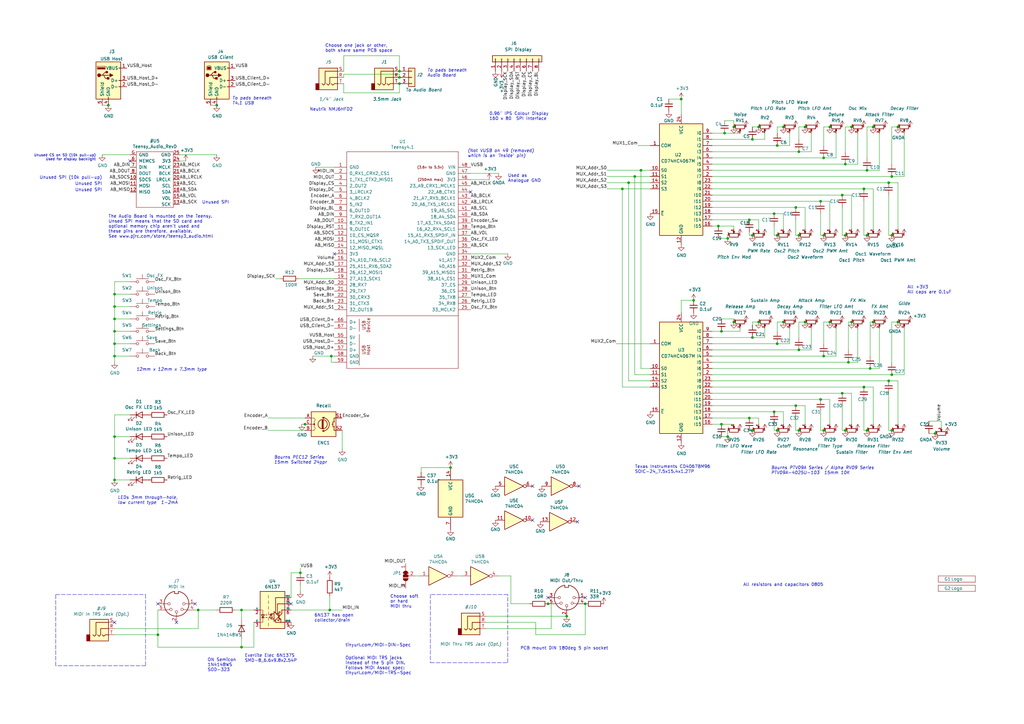
<source format=kicad_sch>
(kicad_sch (version 20250114) (generator "eeschema") (generator_version "9.0")
  (paper "A3")
  (title_block (title "TSynth Teensy 4.1") (date "2020-12-07") (rev "1.3") (company "ElectroTechnique"))
  (lib_symbols
    (symbol "74xx:74HC04"
      (property "Reference" "U" (at 0 1.27 0))
      (property "Value" "74HC04" (at 0 -1.27 0))
      (symbol "74HC04_1_0"
        (pin input line (at -7.62 0 0) (length 3.81) (name "~") (number "1"))
        (pin output inverted (at 7.62 0 180) (length 3.81) (name "~") (number "2"))
      )
      (symbol "74HC04_2_0"
        (pin input line (at -7.62 0 0) (length 3.81) (name "~") (number "3"))
        (pin output inverted (at 7.62 0 180) (length 3.81) (name "~") (number "4"))
      )
      (symbol "74HC04_3_0"
        (pin input line (at -7.62 0 0) (length 3.81) (name "~") (number "5"))
        (pin output inverted (at 7.62 0 180) (length 3.81) (name "~") (number "6"))
      )
      (symbol "74HC04_4_0"
        (pin input line (at -7.62 0 0) (length 3.81) (name "~") (number "9"))
        (pin output inverted (at 7.62 0 180) (length 3.81) (name "~") (number "8"))
      )
      (symbol "74HC04_5_0"
        (pin input line (at -7.62 0 0) (length 3.81) (name "~") (number "11"))
        (pin output inverted (at 7.62 0 180) (length 3.81) (name "~") (number "10"))
      )
      (symbol "74HC04_6_0"
        (pin input line (at -7.62 0 0) (length 3.81) (name "~") (number "13"))
        (pin output inverted (at 7.62 0 180) (length 3.81) (name "~") (number "12"))
      )
      (symbol "74HC04_7_0"
        (pin power_in line (at 0 12.7 270) (length 5.08) (name "VCC") (number "14"))
        (pin power_in line (at 0 -12.7 90) (length 5.08) (name "GND") (number "7"))
      )
    )
    (symbol "74xx:CD74HC4067M"
      (property "Reference" "U" (at -8.89 22.86 0))
      (property "Value" "CD74HC4067M" (at 1.27 22.86 0))
      (symbol "CD74HC4067M_1_1"
        (pin passive line (at -12.7 12.7 0) (length 3.81) (name "COM") (number "1"))
        (pin input line (at -12.7 2.54 0) (length 3.81) (name "S0") (number "10"))
        (pin input line (at -12.7 0 0) (length 3.81) (name "S1") (number "11"))
        (pin input line (at -12.7 -2.54 0) (length 3.81) (name "S2") (number "14"))
        (pin input line (at -12.7 -5.08 0) (length 3.81) (name "S3") (number "13"))
        (pin input line (at -12.7 -15.24 0) (length 3.81) (name "~{E}") (number "15"))
        (pin power_in line (at 0 25.4 270) (length 3.81) (name "VCC") (number "24"))
        (pin power_in line (at 0 -27.94 90) (length 3.81) (name "GND") (number "12"))
        (pin passive line (at 12.7 17.78 180) (length 3.81) (name "I0") (number "9"))
        (pin passive line (at 12.7 15.24 180) (length 3.81) (name "I1") (number "8"))
        (pin passive line (at 12.7 12.7 180) (length 3.81) (name "I2") (number "7"))
        (pin passive line (at 12.7 10.16 180) (length 3.81) (name "I3") (number "6"))
        (pin passive line (at 12.7 7.62 180) (length 3.81) (name "I4") (number "5"))
        (pin passive line (at 12.7 5.08 180) (length 3.81) (name "I5") (number "4"))
        (pin passive line (at 12.7 2.54 180) (length 3.81) (name "I6") (number "3"))
        (pin passive line (at 12.7 0 180) (length 3.81) (name "I7") (number "2"))
        (pin passive line (at 12.7 -2.54 180) (length 3.81) (name "I8") (number "23"))
        (pin passive line (at 12.7 -5.08 180) (length 3.81) (name "I9") (number "22"))
        (pin passive line (at 12.7 -7.62 180) (length 3.81) (name "I10") (number "21"))
        (pin passive line (at 12.7 -10.16 180) (length 3.81) (name "I11") (number "20"))
        (pin passive line (at 12.7 -12.7 180) (length 3.81) (name "I12") (number "19"))
        (pin passive line (at 12.7 -15.24 180) (length 3.81) (name "I13") (number "18"))
        (pin passive line (at 12.7 -17.78 180) (length 3.81) (name "I14") (number "17"))
        (pin passive line (at 12.7 -20.32 180) (length 3.81) (name "I15") (number "16"))
      )
    )
    (symbol "Connector:AudioJack3"
      (property "Reference" "J" (at 0 8.89 0))
      (property "Value" "AudioJack3" (at 0 6.35 0))
      (symbol "AudioJack3_1_1"
        (pin passive line (at 5.08 2.54 180) (length 2.54) (name "~") (number "S"))
        (pin passive line (at 5.08 0 180) (length 2.54) (name "~") (number "R"))
        (pin passive line (at 5.08 -2.54 180) (length 2.54) (name "~") (number "T"))
      )
    )
    (symbol "Connector:DIN-5_180degree" (pin_names (offset 1.016))
      (property "Reference" "J" (at 3.175 5.715 0))
      (property "Value" "DIN-5_180degree" (at 0 -6.35 0))
      (symbol "DIN-5_180degree_1_1"
        (pin passive line (at -7.62 2.54 0) (length 2.54) (name "~") (number "4"))
        (pin passive line (at -7.62 0 0) (length 2.54) (name "~") (number "1"))
        (pin passive line (at 0 7.62 270) (length 2.54) (name "~") (number "2"))
        (pin passive line (at 7.62 2.54 180) (length 2.54) (name "~") (number "5"))
        (pin passive line (at 7.62 0 180) (length 2.54) (name "~") (number "3"))
      )
    )
    (symbol "Connector_Generic:Conn_01x03" (pin_names (offset 1.016) (hide yes))
      (property "Reference" "J" (at 0 5.08 0))
      (property "Value" "Conn_01x03" (at 0 -5.08 0))
      (symbol "Conn_01x03_1_1"
        (pin passive line (at -5.08 2.54 0) (length 3.81) (name "Pin_1") (number "1"))
        (pin passive line (at -5.08 0 0) (length 3.81) (name "Pin_2") (number "2"))
        (pin passive line (at -5.08 -2.54 0) (length 3.81) (name "Pin_3") (number "3"))
      )
    )
    (symbol "Connector_Generic:Conn_01x08" (pin_names (offset 1.016) (hide yes))
      (property "Reference" "J" (at 0 10.16 0))
      (property "Value" "Conn_01x08" (at 0 -12.7 0))
      (symbol "Conn_01x08_1_1"
        (pin passive line (at -5.08 7.62 0) (length 3.81) (name "Pin_1") (number "1"))
        (pin passive line (at -5.08 5.08 0) (length 3.81) (name "Pin_2") (number "2"))
        (pin passive line (at -5.08 2.54 0) (length 3.81) (name "Pin_3") (number "3"))
        (pin passive line (at -5.08 0 0) (length 3.81) (name "Pin_4") (number "4"))
        (pin passive line (at -5.08 -2.54 0) (length 3.81) (name "Pin_5") (number "5"))
        (pin passive line (at -5.08 -5.08 0) (length 3.81) (name "Pin_6") (number "6"))
        (pin passive line (at -5.08 -7.62 0) (length 3.81) (name "Pin_7") (number "7"))
        (pin passive line (at -5.08 -10.16 0) (length 3.81) (name "Pin_8") (number "8"))
      )
    )
    (symbol "Device:C_Small" (pin_numbers (hide yes)) (pin_names (offset 0.254) (hide yes))
      (property "Reference" "C" (at 0.254 1.778 0))
      (property "Value" "C_Small" (at 0.254 -2.032 0))
      (symbol "C_Small_1_1"
        (pin passive line (at 0 2.54 270) (length 2.032) (name "~") (number "1"))
        (pin passive line (at 0 -2.54 90) (length 2.032) (name "~") (number "2"))
      )
    )
    (symbol "Device:LED" (pin_numbers (hide yes)) (pin_names (offset 1.016) (hide yes))
      (property "Reference" "D" (at 0 2.54 0))
      (property "Value" "LED" (at 0 -2.54 0))
      (symbol "LED_1_1"
        (pin passive line (at -3.81 0 0) (length 2.54) (name "K") (number "1"))
        (pin passive line (at 3.81 0 180) (length 2.54) (name "A") (number "2"))
      )
    )
    (symbol "Device:R" (pin_numbers (hide yes)) (pin_names (offset 0))
      (property "Reference" "R" (at 2.032 0 90))
      (property "Value" "R" (at 0 0 90))
      (symbol "R_1_1"
        (pin passive line (at 0 3.81 270) (length 1.27) (name "~") (number "1"))
        (pin passive line (at 0 -3.81 90) (length 1.27) (name "~") (number "2"))
      )
    )
    (symbol "Device:R_Potentiometer_Small" (pin_names (offset 1.016) (hide yes))
      (property "Reference" "RV" (at -4.445 0 90))
      (property "Value" "R_Potentiometer_Small" (at -2.54 0 90))
      (symbol "R_Potentiometer_Small_1_1"
        (pin passive line (at 0 2.54 270) (length 0.635) (name "1") (number "1"))
        (pin passive line (at 0 -2.54 90) (length 0.635) (name "3") (number "3"))
        (pin passive line (at 2.54 0 180) (length 0.9906) (name "2") (number "2"))
      )
    )
    (symbol "Device:RotaryEncoder_Switch" (pin_names (offset 0.254) (hide yes))
      (property "Reference" "SW" (at 0 6.604 0))
      (property "Value" "RotaryEncoder_Switch" (at 0 -6.604 0))
      (symbol "RotaryEncoder_Switch_1_1"
        (pin passive line (at -7.62 2.54 0) (length 2.54) (name "A") (number "A"))
        (pin passive line (at -7.62 0 0) (length 2.54) (name "C") (number "C"))
        (pin passive line (at -7.62 -2.54 0) (length 2.54) (name "B") (number "B"))
        (pin passive line (at 7.62 2.54 180) (length 2.54) (name "S1") (number "S1"))
        (pin passive line (at 7.62 -2.54 180) (length 2.54) (name "S2") (number "S2"))
      )
    )
    (symbol "Diode:1N914" (pin_numbers (hide yes)) (pin_names (offset 1.016) (hide yes))
      (property "Reference" "D" (at 0 2.54 0))
      (property "Value" "1N914" (at 0 -2.54 0))
      (symbol "1N914_1_1"
        (pin passive line (at -3.81 0 0) (length 2.54) (name "K") (number "1"))
        (pin passive line (at 3.81 0 180) (length 2.54) (name "A") (number "2"))
      )
    )
    (symbol "Isolator:6N137" (pin_names (offset 0))
      (property "Reference" "U" (at -4.064 8.89 0))
      (property "Value" "6N137" (at 0 -8.89 0))
      (symbol "6N137_1_1"
        (pin passive line (at -7.62 0 0) (length 2.54) (name "A") (number "2"))
        (pin passive line (at -7.62 -5.08 0) (length 2.54) (name "C") (number "3"))
        (pin no_connect line (at -5.08 5.08 0) (length 2.54) (hide yes) (name "NC") (number "1"))
        (pin power_in line (at 7.62 5.08 180) (length 2.54) (name "VCC") (number "8"))
        (pin input line (at 7.62 2.54 180) (length 2.54) (name "EN") (number "7"))
        (pin open_collector line (at 7.62 0 180) (length 2.54) (name "VO") (number "6"))
        (pin power_in line (at 7.62 -5.08 180) (length 2.54) (name "GND") (number "5"))
      )
    )
    (symbol "Jumper:SolderJumper_3_Bridged12" (pin_names (offset 0) (hide yes))
      (property "Reference" "JP" (at -2.54 -2.54 0))
      (property "Value" "SolderJumper_3_Bridged12" (at 0 2.794 0))
      (symbol "SolderJumper_3_Bridged12_1_1"
        (pin passive line (at -5.08 0 0) (length 2.54) (name "A") (number "1"))
        (pin input line (at 0 -3.81 90) (length 2.54) (name "C") (number "2"))
        (pin passive line (at 5.08 0 180) (length 2.54) (name "B") (number "3"))
      )
    )
    (symbol "Switch:SW_Push" (pin_numbers (hide yes)) (pin_names (offset 1.016) (hide yes))
      (property "Reference" "SW" (at 1.27 2.54 0))
      (property "Value" "SW_Push" (at 0 -1.524 0))
      (symbol "SW_Push_0_1"
        (pin passive line (at -5.08 0 0) (length 2.54) (name "1") (number "1"))
        (pin passive line (at 5.08 0 180) (length 2.54) (name "2") (number "2"))
      )
    )
    (symbol "TSynth2-rescue:ET_TSynth_Logo" (pin_names (offset 1.016))
      (property "Value" "ET_TSynth_Logo" (at 0 0 0))
    )
    (symbol "TSynth2-rescue:Teensy4.1-Teensy_4_1-TSynth2-rescue-TSynth2-rescue" (pin_names (offset 1.016))
      (property "Reference" "U" (at 0 64.77 0))
      (property "Value" "Teensy4.1-Teensy_4_1-TSynth2-rescue-TSynth2-rescue" (at 0 62.23 0))
      (symbol "Teensy4.1-Teensy_4_1-TSynth2-rescue-TSynth2-rescue_0_0"
        (text "USB" (at -15.875 -10.16 900) (effects (font (size 1.27 1.27))))
        (text "USB" (at -15.875 -20.32 900) (effects (font (size 1.27 1.27))))
        (text "Device" (at -13.97 -10.16 900) (effects (font (size 1.27 1.27))))
        (text "Host" (at -13.97 -20.32 900) (effects (font (size 1.27 1.27))))
        (text "(3.6v to 5.5v)" (at 11.43 54.61 0) (effects (font (size 1.016 1.016))))
        (text "(250mA max)" (at 11.43 49.53 0) (effects (font (size 1.016 1.016))))
        (pin bidirectional line (at -27.94 44.45 0) (length 5.08) (name "3_LRCLK2") (number "5"))
        (pin bidirectional line (at -27.94 41.91 0) (length 5.08) (name "4_BCLK2") (number "6"))
        (pin bidirectional line (at -27.94 39.37 0) (length 5.08) (name "5_IN2") (number "7"))
        (pin bidirectional line (at -27.94 36.83 0) (length 5.08) (name "6_OUT1D") (number "8"))
        (pin bidirectional line (at -27.94 34.29 0) (length 5.08) (name "7_RX2_OUT1A") (number "9"))
        (pin bidirectional line (at -27.94 31.75 0) (length 5.08) (name "8_TX2_IN1") (number "10"))
        (pin bidirectional line (at -27.94 29.21 0) (length 5.08) (name "9_OUT1C") (number "11"))
        (pin bidirectional line (at -27.94 26.67 0) (length 5.08) (name "10_CS_MQSR") (number "12"))
        (pin bidirectional line (at -27.94 24.13 0) (length 5.08) (name "11_MOSI_CTX1") (number "13"))
        (pin bidirectional line (at -27.94 21.59 0) (length 5.08) (name "12_MISO_MQSL") (number "14"))
        (pin power_in line (at -27.94 19.05 0) (length 5.08) (name "3V3") (number "15"))
        (pin bidirectional line (at -27.94 16.51 0) (length 5.08) (name "24_A10_TX6_SCL2") (number "16"))
        (pin bidirectional line (at -27.94 13.97 0) (length 5.08) (name "25_A11_RX6_SDA2") (number "17"))
        (pin bidirectional line (at -27.94 11.43 0) (length 5.08) (name "26_A12_MOSI1") (number "18"))
        (pin bidirectional line (at -27.94 8.89 0) (length 5.08) (name "27_A13_SCK1") (number "19"))
        (pin bidirectional line (at -27.94 6.35 0) (length 5.08) (name "28_RX7") (number "20"))
        (pin bidirectional line (at -27.94 3.81 0) (length 5.08) (name "29_TX7") (number "21"))
        (pin bidirectional line (at -27.94 1.27 0) (length 5.08) (name "30_CRX3") (number "22"))
        (pin bidirectional line (at -27.94 -1.27 0) (length 5.08) (name "31_CTX3") (number "23"))
        (pin bidirectional line (at -27.94 -3.81 0) (length 5.08) (name "32_OUT1B") (number "24"))
        (pin bidirectional line (at -27.94 -8.89 0) (length 5.08) (name "D+") (number "66"))
        (pin bidirectional line (at -27.94 -11.43 0) (length 5.08) (name "D-") (number "67"))
        (pin power_out line (at -27.94 -15.24 0) (length 5.08) (name "5V") (number "55"))
        (pin bidirectional line (at -27.94 -17.78 0) (length 5.08) (name "D-") (number "56"))
        (pin bidirectional line (at -27.94 -20.32 0) (length 5.08) (name "D+") (number "57"))
        (pin power_in line (at -27.94 -22.86 0) (length 5.08) (name "GND") (number "58"))
        (pin power_in line (at -27.94 -25.4 0) (length 5.08) (name "GND") (number "59"))
        (pin power_in line (at 27.94 54.61 180) (length 5.08) (name "VIN") (number "48"))
        (pin power_out line (at 27.94 52.07 180) (length 5.08) (name "GND") (number "47"))
        (pin power_out line (at 27.94 49.53 180) (length 5.08) (name "3V3") (number "46"))
        (pin bidirectional line (at 27.94 46.99 180) (length 5.08) (name "23_A9_CRX1_MCLK1") (number "45"))
        (pin bidirectional line (at 27.94 44.45 180) (length 5.08) (name "22_A8_CTX1") (number "44"))
        (pin bidirectional line (at 27.94 41.91 180) (length 5.08) (name "21_A7_RX5_BCLK1") (number "43"))
        (pin bidirectional line (at 27.94 39.37 180) (length 5.08) (name "20_A6_TX5_LRCLK1") (number "42"))
        (pin bidirectional line (at 27.94 36.83 180) (length 5.08) (name "19_A5_SCL") (number "41"))
        (pin bidirectional line (at 27.94 34.29 180) (length 5.08) (name "18_A4_SDA") (number "40"))
        (pin bidirectional line (at 27.94 31.75 180) (length 5.08) (name "17_A3_TX4_SDA1") (number "39"))
        (pin bidirectional line (at 27.94 29.21 180) (length 5.08) (name "16_A2_RX4_SCL1") (number "38"))
        (pin bidirectional line (at 27.94 26.67 180) (length 5.08) (name "15_A1_RX3_SPDIF_IN") (number "37"))
        (pin bidirectional line (at 27.94 24.13 180) (length 5.08) (name "14_A0_TX3_SPDIF_OUT") (number "36"))
        (pin bidirectional line (at 27.94 21.59 180) (length 5.08) (name "13_SCK_LED") (number "35"))
        (pin bidirectional line (at 27.94 16.51 180) (length 5.08) (name "41_A17") (number "33"))
        (pin bidirectional line (at 27.94 13.97 180) (length 5.08) (name "40_A16") (number "32"))
        (pin bidirectional line (at 27.94 11.43 180) (length 5.08) (name "39_A15_MISO1") (number "31"))
        (pin bidirectional line (at 27.94 8.89 180) (length 5.08) (name "38_A14_CS1") (number "30"))
        (pin bidirectional line (at 27.94 6.35 180) (length 5.08) (name "37_CS") (number "29"))
        (pin bidirectional line (at 27.94 3.81 180) (length 5.08) (name "36_CS") (number "28"))
        (pin bidirectional line (at 27.94 1.27 180) (length 5.08) (name "35_TX8") (number "27"))
        (pin bidirectional line (at 27.94 -1.27 180) (length 5.08) (name "34_RX8") (number "26"))
        (pin bidirectional line (at 27.94 -3.81 180) (length 5.08) (name "33_MCLK2") (number "25"))
      )
      (symbol "Teensy4.1-Teensy_4_1-TSynth2-rescue-TSynth2-rescue_1_1"
        (pin power_in line (at -27.94 54.61 0) (length 5.08) (name "GND") (number "1"))
        (pin bidirectional line (at -27.94 52.07 0) (length 5.08) (name "0_RX1_CRX2_CS1") (number "2"))
        (pin bidirectional line (at -27.94 49.53 0) (length 5.08) (name "1_TX1_CTX2_MISO1") (number "3"))
        (pin bidirectional line (at -27.94 46.99 0) (length 5.08) (name "2_OUT2") (number "4"))
        (pin power_in line (at 27.94 19.05 180) (length 5.08) (name "GND") (number "34"))
      )
    )
    (symbol "TSynth2-rescue:USB_A-Connector" (pin_names (offset 1.016))
      (property "Reference" "J" (at -5.08 11.43 0))
      (property "Value" "USB_A-Connector" (at -5.08 8.89 0))
      (symbol "USB_A-Connector_1_1"
        (pin passive line (at -2.54 -10.16 90) (length 2.54) (name "Shield") (number "5"))
        (pin power_in line (at 0 -10.16 90) (length 2.54) (name "GND") (number "4"))
        (pin power_in line (at 7.62 5.08 180) (length 2.54) (name "VBUS") (number "1"))
        (pin passive line (at 7.62 0 180) (length 2.54) (name "D+") (number "3"))
        (pin passive line (at 7.62 -2.54 180) (length 2.54) (name "D-") (number "2"))
      )
    )
    (symbol "TSynth2-rescue:USB_B-Connector" (pin_names (offset 1.016))
      (property "Reference" "J" (at -5.08 11.43 0))
      (property "Value" "USB_B-Connector" (at -5.08 8.89 0))
      (symbol "USB_B-Connector_1_1"
        (pin passive line (at -2.54 -10.16 90) (length 2.54) (name "Shield") (number "5"))
        (pin power_out line (at 0 -10.16 90) (length 2.54) (name "GND") (number "4"))
        (pin power_out line (at 7.62 5.08 180) (length 2.54) (name "VBUS") (number "1"))
        (pin passive line (at 7.62 0 180) (length 2.54) (name "D+") (number "3"))
        (pin passive line (at 7.62 -2.54 180) (length 2.54) (name "D-") (number "2"))
      )
    )
    (symbol "power:+3V3" (power) (pin_names (offset 0))
      (property "Value" "+3V3" (at 0 3.556 0))
      (symbol "+3V3_1_1"
        (pin power_in line (at 0 0 90) (length 0) (hide yes) (name "+3V3") (number "1"))
      )
    )
    (symbol "power:GND" (power) (pin_names (offset 0))
      (property "Value" "GND" (at 0 -3.81 0))
      (symbol "GND_1_1"
        (pin power_in line (at 0 0 270) (length 0) (hide yes) (name "GND") (number "1"))
      )
    )
    (symbol "power:GNDA" (power) (pin_names (offset 0))
      (property "Value" "GNDA" (at 0 -3.81 0))
      (symbol "GNDA_1_1"
        (pin power_in line (at 0 0 270) (length 0) (hide yes) (name "GNDA") (number "1"))
      )
    )
    (symbol "teensy:Teensy_Audio_RevD" (pin_names (offset 1.016))
      (property "Reference" "U" (at 2.54 13.97 0))
      (property "Value" "teensy_Teensy_Audio_RevD" (at 2.54 11.43 0))
      (symbol "Teensy_Audio_RevD_0_0"
        (pin input line (at -7.62 2.54 0) (length 2.54) (name "DIN") (number "7"))
        (pin output line (at -7.62 0 0) (length 2.54) (name "DOUT") (number "8"))
        (pin input line (at -7.62 -2.54 0) (length 2.54) (name "SDCS") (number "10"))
        (pin input line (at -7.62 -5.08 0) (length 2.54) (name "MOSI") (number "11"))
        (pin input line (at -7.62 -7.62 0) (length 2.54) (name "MISO") (number "12"))
        (pin power_in line (at 12.7 7.62 180) (length 2.54) (name "GND") (number "25"))
        (pin power_in line (at 12.7 5.08 180) (length 2.54) (name "3V3") (number "24"))
        (pin input line (at 12.7 2.54 180) (length 2.54) (name "MCLK") (number "23"))
        (pin input line (at 12.7 0 180) (length 2.54) (name "BCLK") (number "21"))
        (pin input line (at 12.7 -2.54 180) (length 2.54) (name "LRCLK") (number "20"))
        (pin input line (at 12.7 -5.08 180) (length 2.54) (name "SCL") (number "19"))
        (pin input line (at 12.7 -7.62 180) (length 2.54) (name "SDA") (number "18"))
        (pin input line (at 12.7 -10.16 180) (length 2.54) (name "VOL") (number "15"))
        (pin input line (at 12.7 -12.7 180) (length 2.54) (name "SCK") (number "13"))
      )
      (symbol "Teensy_Audio_RevD_1_1"
        (pin power_in line (at -7.62 7.62 0) (length 2.54) (name "GND") (number "G"))
        (pin input line (at -7.62 5.08 0) (length 2.54) (name "MEMCS") (number "6"))
      )
    )
  )
  (text "Bourns PTV09A Series / Alpha RV09 Series\nPTV09A-4025U-103  15mm 10K\n\n" (at 316.23 196.85 0) (effects (font (size 1.27 1.27) (italic yes)) (justify left bottom)))
  (text "6N137 has open\ncollector/drain" (at 128.905 255.27 0) (effects (font (size 1.27 1.27)) (justify left bottom)))
  (text "Neutrik NMJ6HFD2" (at 127 45.72 0) (effects (font (size 1.27 1.27)) (justify left bottom)))
  (text "LEDs 3mm through-hole, \nlow current type  1-2mA" (at 48.26 207.01 0) (effects (font (size 1.27 1.27) (italic yes)) (justify left bottom)))
  (text "Bourns PEC12 Series\n15mm Switched 24ppr" (at 112.395 190.5 0) (effects (font (size 1.27 1.27) (italic yes)) (justify left bottom)))
  (text "Used as \nAnalogue GND" (at 208.28 74.93 0) (effects (font (size 1.27 1.27)) (justify left bottom)))
  (text "Texas Instruments CD4067BM96\nSOIC-24_7.5x15.4x1.27P" (at 260.35 194.31 0) (effects (font (size 1.27 1.27)) (justify left bottom)))
  (text "PCB mount DIN 180deg 5 pin socket" (at 213.36 266.7 0) (effects (font (size 1.27 1.27)) (justify left bottom)))
  (text "tinyurl.com/MIDI-DIN-Spec" (at 141.605 265.43 0) (effects (font (size 1.27 1.27)) (justify left bottom)))
  (text "(Not VUSB on 49 (removed)\nwhich is an 'inside' pin)" (at 191.77 64.77 0) (effects (font (size 1.27 1.27) (italic yes)) (justify left bottom)))
  (text "Unused SPI" (at 41.91 78.74 0) (effects (font (size 1.27 1.27)) (justify right bottom)))
  (text "Unused SPI" (at 93.98 83.82 0) (effects (font (size 1.27 1.27)) (justify right bottom)))
  (text "Everlite Elec 6N137S\nSMD-8_6.6x9.8x2.54P" (at 100.33 271.78 0) (effects (font (size 1.27 1.27)) (justify left bottom)))
  (text "All +3V3\nAll caps are 0.1uF" (at 372.11 120.65 0) (effects (font (size 1.27 1.27)) (justify left bottom)))
  (text "Unused SPI (10k pull-up)" (at 41.91 73.66 0) (effects (font (size 1.27 1.27)) (justify right bottom)))
  (text "Optional MIDI TRS jacks\ninstead of the 5 pin DIN.\nFollows MIDI Assoc spec:\ntinyurl.com/MIDI-TRS-Spec" (at 141.605 276.86 0) (effects (font (size 1.27 1.27)) (justify left bottom)))
  (text "ON Semicon\n1N4148WS\nSOD-323" (at 85.09 275.59 0) (effects (font (size 1.27 1.27)) (justify left bottom)))
  (text "Choose soft\nor hard\nMIDI thru" (at 160.02 249.555 0) (effects (font (size 1.27 1.27)) (justify left bottom)))
  (text "All resistors and capacitors 0805" (at 304.8 240.665 0) (effects (font (size 1.27 1.27)) (justify left bottom)))
  (text "12mm x 12mm x 7.3mm type" (at 55.88 152.4 0) (effects (font (size 1.27 1.27) (italic yes)) (justify left bottom)))
  (text "The Audio Board is mounted on the Teensy.\nUnsed SPI means that the SD card and\noptional memory chip aren't used and\nthese pins are therefore, available.\nSee www.pjrc.com/store/teensy3_audio.html" (at 44.45 97.79 0) (effects (font (size 1.27 1.27)) (justify left bottom)))
  (text "To pads beneath\nT4.1 USB" (at 95.25 43.18 0) (effects (font (size 1.27 1.27) (italic yes)) (justify left bottom)))
  (text "0.96\" IPS Colour Display\n160 x 80  SPI interface" (at 200.66 49.53 0) (effects (font (size 1.27 1.27)) (justify left bottom)))
  (text "Choose one jack or other,\nboth share same PCB space" (at 133.35 21.59 0) (effects (font (size 1.27 1.27)) (justify left bottom)))
  (text "Unused CS on SD (10k pull-up)\nUsed for display backlight" (at 39.37 66.04 0) (effects (font (size 1.016 1.016)) (justify right bottom)))
  (text "To pads beneath\nAudio Board" (at 175.26 31.75 0) (effects (font (size 1.27 1.27) (italic yes)) (justify left bottom)))
  (text "Unused SPI" (at 41.91 76.2 0) (effects (font (size 1.27 1.27)) (justify right bottom)))
  (junction (at 295.91 135.89))
  (junction (at 135.255 250.19))
  (junction (at 346.71 176.53))
  (junction (at 135.89 146.05))
  (junction (at 255.27 77.47))
  (junction (at 308.61 96.52))
  (junction (at 365.76 72.39))
  (junction (at 321.31 132.08))
  (junction (at 262.89 69.85))
  (junction (at 355.6 96.52))
  (junction (at 365.76 153.67))
  (junction (at 327.66 176.53))
  (junction (at 260.35 72.39))
  (junction (at 318.77 96.52))
  (junction (at 46.99 140.97))
  (junction (at 298.45 97.79))
  (junction (at 46.99 179.07))
  (junction (at 46.99 146.05))
  (junction (at 257.81 74.93))
  (junction (at 297.18 54.61))
  (junction (at 355.6 69.85))
  (junction (at 364.49 156.21))
  (junction (at 232.41 252.73))
  (junction (at 240.03 247.65))
  (junction (at 311.15 132.08))
  (junction (at 349.25 52.07))
  (junction (at 336.55 163.83))
  (junction (at 64.77 260.35))
  (junction (at 300.99 132.08))
  (junction (at 46.99 120.65))
  (junction (at 317.5 87.63))
  (junction (at 365.76 176.53))
  (junction (at 163.83 34.29))
  (junction (at 340.36 52.07))
  (junction (at 337.82 146.05))
  (junction (at 346.71 96.52))
  (junction (at 308.61 138.43))
  (junction (at 365.76 96.52))
  (junction (at 358.14 132.08))
  (junction (at 318.77 176.53))
  (junction (at 337.82 64.77))
  (junction (at 318.77 140.97))
  (junction (at 294.64 92.71))
  (junction (at 88.9 43.18))
  (junction (at 298.45 179.07))
  (junction (at 364.49 74.93))
  (junction (at 295.91 173.99))
  (junction (at 308.61 57.15))
  (junction (at 44.45 43.18))
  (junction (at 368.3 52.07))
  (junction (at 123.19 234.95))
  (junction (at 317.5 168.91))
  (junction (at 355.6 176.53))
  (junction (at 337.82 96.52))
  (junction (at 46.99 130.81))
  (junction (at 354.33 158.75))
  (junction (at 327.66 96.52))
  (junction (at 318.77 59.69))
  (junction (at 321.31 52.07))
  (junction (at 46.99 135.89))
  (junction (at 311.15 52.07))
  (junction (at 308.61 176.53))
  (junction (at 99.06 265.43))
  (junction (at 330.2 52.07))
  (junction (at 354.33 77.47))
  (junction (at 125.095 173.99))
  (junction (at 46.99 187.96))
  (junction (at 307.34 90.17))
  (junction (at 383.54 177.8))
  (junction (at 279.4 40.64))
  (junction (at 81.28 250.19))
  (junction (at 345.44 161.29))
  (junction (at 99.06 250.19))
  (junction (at 368.3 132.08))
  (junction (at 358.14 52.07))
  (junction (at 307.34 171.45))
  (junction (at 46.99 196.85))
  (junction (at 356.87 151.13))
  (junction (at 347.98 148.59))
  (junction (at 300.99 52.07))
  (junction (at 330.2 132.08))
  (junction (at 284.48 123.19))
  (junction (at 349.25 132.08))
  (junction (at 345.44 80.01))
  (junction (at 327.66 143.51))
  (junction (at 326.39 166.37))
  (junction (at 163.83 29.21))
  (junction (at 163.83 31.75))
  (junction (at 326.39 85.09))
  (junction (at 46.99 125.73))
  (junction (at 336.55 82.55))
  (junction (at 224.79 247.65))
  (junction (at 346.71 67.31))
  (junction (at 327.66 62.23))
  (junction (at 340.36 132.08))
  (junction (at 337.82 176.53))
  (junction (at 184.785 191.77))
  (no_connect (at 218.44 199.39))
  (no_connect (at 53.34 66.04))
  (no_connect (at 80.01 247.65))
  (no_connect (at 240.03 245.11))
  (no_connect (at 64.77 247.65))
  (no_connect (at 137.16 104.14))
  (no_connect (at 119.38 247.65))
  (no_connect (at 224.79 245.11))
  (no_connect (at 46.99 255.27))
  (no_connect (at 237.49 199.39))
  (no_connect (at 193.04 78.74))
  (no_connect (at 236.855 213.995))
  (no_connect (at 218.44 213.36))
  (no_connect (at 72.39 255.27))
  (wire (pts (xy 257.81 74.93) (xy 257.81 156.21)))
  (wire (pts (xy 317.5 173.99) (xy 317.5 176.53)))
  (wire (pts (xy 292.1 153.67) (xy 365.76 153.67)))
  (wire (pts (xy 318.77 140.97) (xy 323.85 140.97)))
  (wire (pts (xy 349.25 52.07) (xy 346.71 52.07)))
  (wire (pts (xy 163.83 30.48) (xy 140.97 30.48)))
  (wire (pts (xy 321.31 173.99) (xy 321.31 168.91)))
  (wire (pts (xy 365.76 153.67) (xy 370.84 153.67)))
  (wire (pts (xy 260.35 72.39) (xy 248.92 72.39)))
  (wire (pts (xy 351.79 134.62) (xy 351.79 148.59)))
  (wire (pts (xy 292.1 67.31) (xy 346.71 67.31)))
  (wire (pts (xy 327.66 143.51) (xy 332.74 143.51)))
  (wire (pts (xy 330.2 132.08) (xy 327.66 132.08)))
  (wire (pts (xy 364.49 96.52) (xy 365.76 96.52)))
  (wire (pts (xy 292.1 138.43) (xy 308.61 138.43)))
  (wire (pts (xy 125.095 173.99) (xy 125.1204 173.99)))
  (wire (pts (xy 326.39 96.52) (xy 327.66 96.52)))
  (wire (pts (xy 330.2 85.09) (xy 330.2 93.98)))
  (wire (pts (xy 53.34 125.73) (xy 46.99 125.73)))
  (wire (pts (xy 347.98 132.08) (xy 347.98 143.51)))
  (wire (pts (xy 295.91 173.99) (xy 292.1 173.99)))
  (wire (pts (xy 321.31 87.63) (xy 317.5 87.63)))
  (polyline (pts (xy 22.86 243.84) (xy 59.69 243.84)) (stroke (width 0) (type dash)))
  (wire (pts (xy 349.25 161.29) (xy 349.25 173.99)))
  (wire (pts (xy 292.1 59.69) (xy 318.77 59.69)))
  (wire (pts (xy 326.39 166.37) (xy 330.2 166.37)))
  (wire (pts (xy 53.34 135.89) (xy 46.99 135.89)))
  (wire (pts (xy 53.34 196.85) (xy 46.99 196.85)))
  (wire (pts (xy 260.35 72.39) (xy 260.35 153.67)))
  (wire (pts (xy 292.1 151.13) (xy 356.87 151.13)))
  (wire (pts (xy 346.71 67.31) (xy 351.79 67.31)))
  (wire (pts (xy 257.81 74.93) (xy 266.7 74.93)))
  (polyline (pts (xy 208.28 243.84) (xy 176.53 243.84)) (stroke (width 0) (type dash)))
  (wire (pts (xy 340.36 82.55) (xy 340.36 93.98)))
  (wire (pts (xy 81.28 250.19) (xy 81.28 257.81)))
  (wire (pts (xy 326.39 85.09) (xy 292.1 85.09)))
  (wire (pts (xy 349.25 132.08) (xy 347.98 132.08)))
  (wire (pts (xy 292.1 163.83) (xy 336.55 163.83)))
  (wire (pts (xy 300.99 49.53) (xy 297.18 49.53)))
  (wire (pts (xy 292.1 57.15) (xy 308.61 57.15)))
  (wire (pts (xy 262.89 69.85) (xy 248.92 69.85)))
  (wire (pts (xy 368.3 156.21) (xy 368.3 173.99)))
  (wire (pts (xy 317.5 176.53) (xy 318.77 176.53)))
  (wire (pts (xy 53.34 179.07) (xy 46.99 179.07)))
  (wire (pts (xy 340.36 163.83) (xy 340.36 173.99)))
  (wire (pts (xy 332.74 54.61) (xy 332.74 62.23)))
  (wire (pts (xy 46.99 260.35) (xy 64.77 260.35)))
  (wire (pts (xy 53.34 120.65) (xy 46.99 120.65)))
  (wire (pts (xy 321.31 87.63) (xy 321.31 93.98)))
  (wire (pts (xy 311.15 132.08) (xy 308.61 132.08)))
  (wire (pts (xy 308.61 176.53) (xy 307.34 176.53)))
  (wire (pts (xy 383.54 177.8) (xy 381 177.8)))
  (wire (pts (xy 360.68 134.62) (xy 360.68 151.13)))
  (wire (pts (xy 295.91 135.89) (xy 303.53 135.89)))
  (wire (pts (xy 99.06 265.43) (xy 104.14 265.43)))
  (wire (pts (xy 208.28 104.14) (xy 193.04 104.14)))
  (wire (pts (xy 294.64 92.71) (xy 300.99 92.71)))
  (wire (pts (xy 308.61 132.08) (xy 308.61 133.35)))
  (wire (pts (xy 64.77 250.19) (xy 64.77 260.35)))
  (wire (pts (xy 137.16 68.58) (xy 129.54 68.58)))
  (wire (pts (xy 187.325 236.22) (xy 189.23 236.22)))
  (wire (pts (xy 311.15 90.17) (xy 307.34 90.17)))
  (wire (pts (xy 137.16 146.05) (xy 135.89 146.05)))
  (wire (pts (xy 358.14 132.08) (xy 356.87 132.08)))
  (wire (pts (xy 345.44 176.53) (xy 346.71 176.53)))
  (wire (pts (xy 313.69 54.61) (xy 313.69 57.15)))
  (wire (pts (xy 327.66 132.08) (xy 327.66 138.43)))
  (wire (pts (xy 53.34 187.96) (xy 46.99 187.96)))
  (wire (pts (xy 135.255 250.19) (xy 140.335 250.19)))
  (wire (pts (xy 119.38 245.11) (xy 119.38 234.95)))
  (wire (pts (xy 307.34 95.25) (xy 307.34 96.52)))
  (wire (pts (xy 260.35 72.39) (xy 266.7 72.39)))
  (wire (pts (xy 308.61 52.07) (xy 311.15 52.07)))
  (wire (pts (xy 345.44 96.52) (xy 346.71 96.52)))
  (wire (pts (xy 140.97 30.48) (xy 140.97 31.75)))
  (wire (pts (xy 317.5 92.71) (xy 317.5 96.52)))
  (wire (pts (xy 337.82 132.08) (xy 337.82 140.97)))
  (wire (pts (xy 119.38 234.95) (xy 123.19 234.95)))
  (wire (pts (xy 318.77 132.08) (xy 318.77 135.89)))
  (wire (pts (xy 292.1 135.89) (xy 295.91 135.89)))
  (wire (pts (xy 354.33 96.52) (xy 355.6 96.52)))
  (wire (pts (xy 318.77 52.07) (xy 321.31 52.07)))
  (wire (pts (xy 99.06 250.19) (xy 96.52 250.19)))
  (wire (pts (xy 292.1 168.91) (xy 317.5 168.91)))
  (wire (pts (xy 358.14 77.47) (xy 354.33 77.47)))
  (wire (pts (xy 217.17 247.65) (xy 209.55 247.65)))
  (wire (pts (xy 337.82 64.77) (xy 292.1 64.77)))
  (wire (pts (xy 262.89 69.85) (xy 266.7 69.85)))
  (wire (pts (xy 262.89 151.13) (xy 266.7 151.13)))
  (wire (pts (xy 347.98 148.59) (xy 351.79 148.59)))
  (wire (pts (xy 184.785 191.77) (xy 172.72 191.77)))
  (wire (pts (xy 354.33 163.83) (xy 354.33 176.53)))
  (wire (pts (xy 364.49 161.29) (xy 364.49 176.53)))
  (wire (pts (xy 345.44 166.37) (xy 345.44 176.53)))
  (wire (pts (xy 342.9 54.61) (xy 342.9 64.77)))
  (wire (pts (xy 292.1 158.75) (xy 354.33 158.75)))
  (wire (pts (xy 292.1 72.39) (xy 365.76 72.39)))
  (wire (pts (xy 351.79 67.31) (xy 351.79 54.61)))
  (wire (pts (xy 64.77 260.35) (xy 64.77 265.43)))
  (wire (pts (xy 355.6 52.07) (xy 355.6 64.77)))
  (wire (pts (xy 358.14 52.07) (xy 355.6 52.07)))
  (wire (pts (xy 356.87 151.13) (xy 360.68 151.13)))
  (wire (pts (xy 307.34 171.45) (xy 311.15 171.45)))
  (wire (pts (xy 360.68 69.85) (xy 360.68 54.61)))
  (wire (pts (xy 135.89 146.05) (xy 128.27 146.05)))
  (wire (pts (xy 317.5 96.52) (xy 318.77 96.52)))
  (wire (pts (xy 119.38 250.19) (xy 135.255 250.19)))
  (wire (pts (xy 284.48 123.19) (xy 279.4 123.19)))
  (wire (pts (xy 99.06 261.62) (xy 99.06 265.43)))
  (wire (pts (xy 279.4 123.19) (xy 279.4 128.27)))
  (wire (pts (xy 113.03 114.3) (xy 114.935 114.3)))
  (wire (pts (xy 292.1 92.71) (xy 294.64 92.71)))
  (wire (pts (xy 313.69 134.62) (xy 313.69 138.43)))
  (wire (pts (xy 266.7 59.69) (xy 261.62 59.69)))
  (wire (pts (xy 323.85 134.62) (xy 323.85 140.97)))
  (wire (pts (xy 349.25 80.01) (xy 349.25 93.98)))
  (wire (pts (xy 317.5 87.63) (xy 292.1 87.63)))
  (wire (pts (xy 340.36 132.08) (xy 337.82 132.08)))
  (wire (pts (xy 53.34 140.97) (xy 46.99 140.97)))
  (wire (pts (xy 252.73 140.97) (xy 266.7 140.97)))
  (wire (pts (xy 311.15 90.17) (xy 311.15 93.98)))
  (wire (pts (xy 318.77 59.69) (xy 323.85 59.69)))
  (wire (pts (xy 257.81 156.21) (xy 266.7 156.21)))
  (wire (pts (xy 340.36 82.55) (xy 336.55 82.55)))
  (wire (pts (xy 226.06 247.65) (xy 224.79 247.65)))
  (wire (pts (xy 41.91 43.18) (xy 44.45 43.18)))
  (wire (pts (xy 200.66 73.66) (xy 193.04 73.66)))
  (wire (pts (xy 53.34 146.05) (xy 46.99 146.05)))
  (wire (pts (xy 104.14 265.43) (xy 104.14 255.27)))
  (wire (pts (xy 354.33 82.55) (xy 354.33 96.52)))
  (wire (pts (xy 336.55 82.55) (xy 292.1 82.55)))
  (wire (pts (xy 386.08 175.26) (xy 386.08 172.72)))
  (wire (pts (xy 349.25 80.01) (xy 345.44 80.01)))
  (wire (pts (xy 298.45 96.52) (xy 298.45 97.79)))
  (wire (pts (xy 327.66 57.15) (xy 327.66 52.07)))
  (wire (pts (xy 46.99 140.97) (xy 46.99 146.05)))
  (wire (pts (xy 330.2 85.09) (xy 326.39 85.09)))
  (wire (pts (xy 355.6 69.85) (xy 360.68 69.85)))
  (wire (pts (xy 308.61 138.43) (xy 313.69 138.43)))
  (wire (pts (xy 46.99 170.18) (xy 46.99 179.07)))
  (wire (pts (xy 300.99 130.81) (xy 295.91 130.81)))
  (wire (pts (xy 292.1 161.29) (xy 345.44 161.29)))
  (wire (pts (xy 292.1 148.59) (xy 347.98 148.59)))
  (wire (pts (xy 163.83 38.1) (xy 140.97 38.1)))
  (wire (pts (xy 370.84 72.39) (xy 370.84 54.61)))
  (wire (pts (xy 292.1 74.93) (xy 364.49 74.93)))
  (polyline (pts (xy 208.28 271.78) (xy 208.28 243.84)) (stroke (width 0) (type dash)))
  (wire (pts (xy 364.49 74.93) (xy 368.3 74.93)))
  (wire (pts (xy 330.2 166.37) (xy 330.2 173.99)))
  (wire (pts (xy 356.87 132.08) (xy 356.87 146.05)))
  (wire (pts (xy 172.72 191.77) (xy 172.72 193.675)))
  (wire (pts (xy 354.33 176.53) (xy 355.6 176.53)))
  (wire (pts (xy 292.1 140.97) (xy 318.77 140.97)))
  (wire (pts (xy 135.255 244.475) (xy 135.255 250.19)))
  (wire (pts (xy 86.36 43.18) (xy 88.9 43.18)))
  (wire (pts (xy 240.03 247.65) (xy 240.03 260.35)))
  (wire (pts (xy 64.77 265.43) (xy 99.06 265.43)))
  (wire (pts (xy 298.45 97.79) (xy 294.64 97.79)))
  (wire (pts (xy 318.77 54.61) (xy 318.77 52.07)))
  (wire (pts (xy 300.99 173.99) (xy 295.91 173.99)))
  (wire (pts (xy 257.81 74.93) (xy 248.92 74.93)))
  (wire (pts (xy 76.2 66.04) (xy 73.66 66.04)))
  (wire (pts (xy 46.99 187.96) (xy 46.99 196.85)))
  (wire (pts (xy 365.76 72.39) (xy 370.84 72.39)))
  (wire (pts (xy 46.99 115.57) (xy 46.99 120.65)))
  (wire (pts (xy 358.14 77.47) (xy 358.14 93.98)))
  (wire (pts (xy 345.44 161.29) (xy 349.25 161.29)))
  (wire (pts (xy 337.82 176.53) (xy 336.55 176.53)))
  (wire (pts (xy 81.28 250.19) (xy 88.9 250.19)))
  (wire (pts (xy 80.01 250.19) (xy 81.28 250.19)))
  (wire (pts (xy 300.99 92.71) (xy 300.99 93.98)))
  (wire (pts (xy 298.45 176.53) (xy 298.45 179.07)))
  (wire (pts (xy 386.08 172.72) (xy 381 172.72)))
  (wire (pts (xy 332.74 134.62) (xy 332.74 143.51)))
  (wire (pts (xy 255.27 77.47) (xy 248.92 77.47)))
  (wire (pts (xy 81.28 257.81) (xy 46.99 257.81)))
  (wire (pts (xy 226.06 247.65) (xy 226.06 257.81)))
  (wire (pts (xy 135.89 148.59) (xy 137.16 148.59)))
  (wire (pts (xy 297.18 54.61) (xy 303.53 54.61)))
  (polyline (pts (xy 59.69 273.05) (xy 22.86 273.05)) (stroke (width 0) (type dash)))
  (wire (pts (xy 345.44 85.09) (xy 345.44 96.52)))
  (wire (pts (xy 109.855 176.53) (xy 125.095 176.53)))
  (wire (pts (xy 170.18 236.22) (xy 172.085 236.22)))
  (wire (pts (xy 336.55 168.91) (xy 336.55 176.53)))
  (wire (pts (xy 300.99 132.08) (xy 300.99 130.81)))
  (wire (pts (xy 364.49 156.21) (xy 368.3 156.21)))
  (wire (pts (xy 279.4 40.64) (xy 274.32 40.64)))
  (wire (pts (xy 342.9 64.77) (xy 337.82 64.77)))
  (wire (pts (xy 109.855 171.45) (xy 125.095 171.45)))
  (wire (pts (xy 336.55 87.63) (xy 336.55 96.52)))
  (wire (pts (xy 368.3 132.08) (xy 365.76 132.08)))
  (wire (pts (xy 292.1 171.45) (xy 307.34 171.45)))
  (wire (pts (xy 279.4 40.64) (xy 279.4 46.99)))
  (wire (pts (xy 292.1 69.85) (xy 355.6 69.85)))
  (wire (pts (xy 53.34 170.18) (xy 46.99 170.18)))
  (wire (pts (xy 368.3 74.93) (xy 368.3 93.98)))
  (wire (pts (xy 321.31 132.08) (xy 318.77 132.08)))
  (wire (pts (xy 354.33 77.47) (xy 292.1 77.47)))
  (wire (pts (xy 163.83 29.21) (xy 163.83 22.86)))
  (wire (pts (xy 337.82 146.05) (xy 292.1 146.05)))
  (wire (pts (xy 262.89 69.85) (xy 262.89 151.13)))
  (wire (pts (xy 342.9 146.05) (xy 337.82 146.05)))
  (wire (pts (xy 46.99 179.07) (xy 46.99 187.96)))
  (wire (pts (xy 163.83 22.86) (xy 140.97 22.86)))
  (wire (pts (xy 307.34 96.52) (xy 308.61 96.52)))
  (wire (pts (xy 307.34 90.17) (xy 292.1 90.17)))
  (wire (pts (xy 255.27 77.47) (xy 255.27 158.75)))
  (wire (pts (xy 193.04 71.12) (xy 204.47 71.12)))
  (polyline (pts (xy 176.53 271.78) (xy 208.28 271.78)) (stroke (width 0) (type dash)))
  (polyline (pts (xy 59.69 243.84) (xy 59.69 273.05)) (stroke (width 0) (type dash)))
  (wire (pts (xy 46.99 120.65) (xy 46.99 125.73)))
  (wire (pts (xy 323.85 54.61) (xy 323.85 59.69)))
  (wire (pts (xy 99.06 254) (xy 99.06 250.19)))
  (wire (pts (xy 137.16 114.3) (xy 122.555 114.3)))
  (wire (pts (xy 326.39 171.45) (xy 326.39 176.53)))
  (wire (pts (xy 354.33 158.75) (xy 358.14 158.75)))
  (wire (pts (xy 368.3 52.07) (xy 365.76 52.07)))
  (wire (pts (xy 327.66 62.23) (xy 332.74 62.23)))
  (wire (pts (xy 300.99 49.53) (xy 300.99 52.07)))
  (wire (pts (xy 364.49 80.01) (xy 364.49 96.52)))
  (wire (pts (xy 295.91 179.07) (xy 298.45 179.07)))
  (wire (pts (xy 140.97 22.86) (xy 140.97 29.21)))
  (wire (pts (xy 292.1 62.23) (xy 327.66 62.23)))
  (wire (pts (xy 163.83 34.29) (xy 163.83 38.1)))
  (wire (pts (xy 140.335 176.53) (xy 140.335 184.15)))
  (wire (pts (xy 292.1 166.37) (xy 326.39 166.37)))
  (wire (pts (xy 163.83 31.75) (xy 163.83 30.48)))
  (wire (pts (xy 364.49 176.53) (xy 365.76 176.53)))
  (wire (pts (xy 317.5 168.91) (xy 321.31 168.91)))
  (wire (pts (xy 336.55 96.52) (xy 337.82 96.52)))
  (wire (pts (xy 204.47 236.22) (xy 209.55 236.22)))
  (wire (pts (xy 303.53 135.89) (xy 303.53 134.62)))
  (wire (pts (xy 308.61 57.15) (xy 313.69 57.15)))
  (wire (pts (xy 140.97 38.1) (xy 140.97 34.29)))
  (wire (pts (xy 327.66 52.07) (xy 330.2 52.07)))
  (wire (pts (xy 346.71 52.07) (xy 346.71 62.23)))
  (wire (pts (xy 292.1 156.21) (xy 364.49 156.21)))
  (polyline (pts (xy 22.86 273.05) (xy 22.86 243.84)) (stroke (width 0) (type dash)))
  (wire (pts (xy 326.39 176.53) (xy 327.66 176.53)))
  (polyline (pts (xy 176.53 243.84) (xy 176.53 271.78)) (stroke (width 0) (type dash)))
  (wire (pts (xy 336.55 163.83) (xy 340.36 163.83)))
  (wire (pts (xy 123.19 234.95) (xy 123.19 233.045)))
  (wire (pts (xy 226.06 257.81) (xy 199.39 257.81)))
  (wire (pts (xy 53.34 115.57) (xy 46.99 115.57)))
  (wire (pts (xy 199.39 255.27) (xy 219.71 255.27)))
  (wire (pts (xy 345.44 80.01) (xy 292.1 80.01)))
  (wire (pts (xy 53.34 130.81) (xy 46.99 130.81)))
  (wire (pts (xy 104.14 250.19) (xy 99.06 250.19)))
  (wire (pts (xy 292.1 143.51) (xy 327.66 143.51)))
  (wire (pts (xy 123.7996 173.99) (xy 125.095 173.99)))
  (wire (pts (xy 365.76 52.07) (xy 365.76 67.31)))
  (wire (pts (xy 219.71 255.27) (xy 219.71 260.35)))
  (wire (pts (xy 232.41 252.73) (xy 199.39 252.73)))
  (wire (pts (xy 342.9 134.62) (xy 342.9 146.05)))
  (wire (pts (xy 311.15 173.99) (xy 311.15 171.45)))
  (wire (pts (xy 219.71 260.35) (xy 240.03 260.35)))
  (wire (pts (xy 46.99 125.73) (xy 46.99 130.81)))
  (wire (pts (xy 292.1 54.61) (xy 297.18 54.61)))
  (wire (pts (xy 337.82 52.07) (xy 337.82 59.69)))
  (wire (pts (xy 370.84 134.62) (xy 370.84 153.67)))
  (wire (pts (xy 46.99 130.81) (xy 46.99 135.89)))
  (wire (pts (xy 73.66 63.5) (xy 88.9 63.5)))
  (wire (pts (xy 209.55 236.22) (xy 209.55 247.65)))
  (wire (pts (xy 123.19 240.03) (xy 123.19 242.57)))
  (wire (pts (xy 41.91 63.5) (xy 53.34 63.5)))
  (wire (pts (xy 326.39 90.17) (xy 326.39 96.52)))
  (wire (pts (xy 365.76 132.08) (xy 365.76 148.59)))
  (wire (pts (xy 255.27 77.47) (xy 266.7 77.47)))
  (wire (pts (xy 255.27 158.75) (xy 266.7 158.75)))
  (wire (pts (xy 46.99 146.05) (xy 46.99 148.59)))
  (wire (pts (xy 266.7 153.67) (xy 260.35 153.67)))
  (wire (pts (xy 340.36 52.07) (xy 337.82 52.07)))
  (wire (pts (xy 135.89 146.05) (xy 135.89 148.59)))
  (wire (pts (xy 46.99 135.89) (xy 46.99 140.97)))
  (wire (pts (xy 358.14 158.75) (xy 358.14 173.99)))
  (label "USB_Client_D+" (at 137.16 132.08 180))
  (label "USB_Host_D-" (at 52.07 35.56 0))
  (label "Retrig_LED" (at 193.04 124.46 0))
  (label "AB_SDA" (at 193.04 88.9 0))
  (label "AB_MCLK" (at 193.04 76.2 0))
  (label "Encoder_Sw" (at 193.04 91.44 0))
  (label "Save_Btn" (at 137.16 121.92 180))
  (label "MUX_Addr_S3" (at 137.16 109.22 180))
  (label "AB_DIN" (at 137.16 88.9 180))
  (label "Settings_Btn" (at 63.5 135.89 0))
  (label "MUX_Addr_S3" (at 248.92 77.47 180))
  (label "AB_MOSI" (at 137.16 99.06 180))
  (label "AB_SDA" (at 73.66 78.74 0))
  (label "Display_CS" (at 137.16 76.2 180))
  (label "Unison_Btn" (at 193.04 119.38 0))
  (label "Back_Btn" (at 137.16 124.46 180))
  (label "MIDI_IN" (at 137.16 71.12 180))
  (label "Osc_FX_LED" (at 68.58 170.18 0))
  (label "AB_SDCS" (at 53.34 73.66 180))
  (label "AB_MOSI" (at 53.34 76.2 180))
  (label "USB_Client_D-" (at 137.16 134.62 180))
  (label "VUSB" (at 96.52 27.94 0))
  (label "Volume" (at 386.08 172.72 90))
  (label "MUX2_Com" (at 193.04 106.68 0))
  (label "AB_MISO" (at 137.16 101.6 180))
  (label "AB_SCL" (at 193.04 86.36 0))
  (label "Display_SDA" (at 137.16 111.76 180))
  (label "Unison_LED" (at 193.04 116.84 0))
  (label "AB_VOL" (at 193.04 96.52 0))
  (label "MUX_Addr_S0" (at 248.92 69.85 180))
  (label "USB_Host_D-" (at 137.16 140.97 180))
  (label "MUX1_Com" (at 193.04 114.3 0))
  (label "Display_SCK" (at 113.03 114.3 180))
  (label "Tempo_LED" (at 193.04 121.92 0))
  (label "Retrig_Btn" (at 63.5 130.81 0))
  (label "MIDI_OUT" (at 137.16 73.66 180))
  (label "Unison_LED" (at 68.58 179.07 0))
  (label "Display_SCK" (at 208.28 29.21 270))
  (label "MUX_Addr_S0" (at 137.16 116.84 180))
  (label "Osc_FX_Btn" (at 193.04 127 0))
  (label "USB_Host_D+" (at 137.16 143.51 180))
  (label "MUX2_Com" (at 252.73 140.97 180))
  (label "MIDI_OUT" (at 166.37 231.14 180))
  (label "USB_Client_D-" (at 96.52 35.56 0))
  (label "Encoder_A" (at 137.16 81.28 180))
  (label "AB_LRCLK" (at 73.66 73.66 0))
  (label "Display_RST" (at 213.36 29.21 270))
  (label "MUX_Addr_S1" (at 248.92 72.39 180))
  (label "Encoder_Sw" (at 140.335 171.45 0))
  (label "Encoder_B" (at 137.16 83.82 180))
  (label "AB_BCLK" (at 73.66 71.12 0))
  (label "AB_DOUT" (at 137.16 91.44 180))
  (label "Settings_Btn" (at 137.16 119.38 180))
  (label "VUSB" (at 123.19 233.045 0))
  (label "Display_BL" (at 137.16 86.36 180))
  (label "Display_SDA" (at 210.82 29.21 270))
  (label "Save_Btn" (at 63.5 140.97 0))
  (label "AB_SCL" (at 73.66 76.2 0))
  (label "MUX_Addr_S1" (at 137.16 127 180))
  (label "Osc_FX_LED" (at 193.04 99.06 0))
  (label "Display_DC" (at 137.16 78.74 180))
  (label "AB_DOUT" (at 53.34 71.12 180))
  (label "MUX_Addr_S2" (at 193.04 109.22 0))
  (label "USB_Client_D+" (at 96.52 33.02 0))
  (label "Tempo_Btn" (at 193.04 93.98 0))
  (label "AB_LRCLK" (at 193.04 83.82 0))
  (label "AB_VOL" (at 73.66 81.28 0))
  (label "MIDI_IN" (at 140.335 250.19 0))
  (label "Display_CS" (at 218.44 29.21 270))
  (label "Tempo_LED" (at 68.58 187.96 0))
  (label "MUX_Addr_S2" (at 248.92 74.93 180))
  (label "Encoder_B" (at 109.855 176.53 180))
  (label "AB_BCLK" (at 193.04 81.28 0))
  (label "Unison_Btn" (at 63.5 120.65 0))
  (label "AB_SDCS" (at 137.16 96.52 180))
  (label "Volume" (at 137.16 106.68 180))
  (label "Display_RST" (at 137.16 93.98 180))
  (label "AB_DIN" (at 53.34 68.58 180))
  (label "Back_Btn" (at 63.5 146.05 0))
  (label "Tempo_Btn" (at 63.5 125.73 0))
  (label "VUSB_Host" (at 52.07 27.94 0))
  (label "VUSB" (at 193.04 68.58 0))
  (label "AB_MCLK" (at 73.66 68.58 0))
  (label "VUSB_Host" (at 137.16 138.43 180))
  (label "Retrig_LED" (at 68.58 196.85 0))
  (label "Retrig_Btn" (at 193.04 111.76 0))
  (label "MUX1_Com" (at 261.62 59.69 180))
  (label "AB_SCK" (at 193.04 101.6 0))
  (label "USB_Host_D+" (at 52.07 33.02 0))
  (label "AB_SCK" (at 73.66 83.82 0))
  (label "MIDI_IN" (at 166.37 241.3 180))
  (label "Osc_FX_Btn" (at 63.5 115.57 0))
  (label "Display_DC" (at 215.9 29.21 270))
  (label "Display_BL" (at 220.98 29.21 270))
  (label "AB_MISO" (at 53.34 78.74 180))
  (label "Encoder_A" (at 109.855 171.45 180))
  (symbol (lib_id "Device:R_Potentiometer_Small") (at 349.25 96.52 270) (mirror x) (unit 1)
    (property "Reference" "RV14" (at 349.25 100.33 90))
    (property "Value" "Osc1 Pitch" (at 349.25 106.68 90) (effects (font (italic yes))))
    (property "Footprint" "Potentiometer_THT:Potentiometer_Bourns_PTV09A-1_Single_Vertical" (effects (hide yes)))
  )
  (symbol (lib_id "Device:R_Potentiometer_Small") (at 358.14 96.52 270) (mirror x) (unit 1)
    (property "Reference" "RV15" (at 358.14 100.33 90))
    (property "Value" "Osc1 Waveform" (at 358.14 104.14 90))
    (property "Footprint" "Potentiometer_THT:Potentiometer_Bourns_PTV09A-1_Single_Vertical" (effects (hide yes)))
  )
  (symbol (lib_id "power:GNDA") (at 300.99 52.07 0) (unit 1)
    (property "Reference" "#PWR05" (effects (hide yes)))
    (property "Value" "GNDA" (effects (hide yes)))
  )
  (symbol (lib_id "power:GNDA") (at 311.15 52.07 0) (unit 1)
    (property "Reference" "#PWR07" (effects (hide yes)))
    (property "Value" "GNDA" (effects (hide yes)))
  )
  (symbol (lib_id "power:+3V3") (at 306.07 52.07 0) (unit 1)
    (property "Reference" "#PWR06" (effects (hide yes)))
    (property "Value" "+3V3" (effects (hide yes)))
  )
  (symbol (lib_id "power:+3V3") (at 316.23 52.07 0) (unit 1)
    (property "Reference" "#PWR08" (effects (hide yes)))
    (property "Value" "+3V3" (effects (hide yes)))
  )
  (symbol (lib_id "Device:R_Potentiometer_Small") (at 368.3 96.52 270) (mirror x) (unit 1)
    (property "Reference" "RV16" (at 368.3 100.33 90))
    (property "Value" "Osc1 PWM Amt" (at 368.3 106.68 90))
    (property "Footprint" "Potentiometer_THT:Potentiometer_Bourns_PTV09A-1_Single_Vertical" (effects (hide yes)))
  )
  (symbol (lib_id "power:+3V3") (at 326.39 52.07 0) (unit 1)
    (property "Reference" "#PWR010" (effects (hide yes)))
    (property "Value" "+3V3" (effects (hide yes)))
  )
  (symbol (lib_id "power:GNDA") (at 321.31 52.07 0) (unit 1)
    (property "Reference" "#PWR09" (effects (hide yes)))
    (property "Value" "GNDA" (effects (hide yes)))
  )
  (symbol (lib_id "Device:R_Potentiometer_Small") (at 351.79 52.07 270) (unit 1)
    (property "Reference" "RV6" (at 351.79 49.403 90))
    (property "Value" "Osc Mix" (at 351.79 44.45 90))
    (property "Footprint" "Potentiometer_THT:Potentiometer_Bourns_PTV09A-1_Single_Vertical" (effects (hide yes)))
  )
  (symbol (lib_id "Device:R_Potentiometer_Small") (at 321.31 96.52 270) (mirror x) (unit 1)
    (property "Reference" "RV11" (at 321.31 100.33 90))
    (property "Value" "Osc2 Pitch" (at 322.58 102.87 90) (effects (font (italic yes))))
    (property "Footprint" "Potentiometer_THT:Potentiometer_Bourns_PTV09A-1_Single_Vertical" (effects (hide yes)))
  )
  (symbol (lib_id "Device:R_Potentiometer_Small") (at 330.2 96.52 270) (mirror x) (unit 1)
    (property "Reference" "RV12" (at 330.2 100.33 90))
    (property "Value" "Osc2 Waveform" (at 330.2 105.41 90) (effects (font (italic yes))))
    (property "Footprint" "Potentiometer_THT:Potentiometer_Bourns_PTV09A-1_Single_Vertical" (effects (hide yes)))
  )
  (symbol (lib_id "Device:R_Potentiometer_Small") (at 340.36 96.52 270) (mirror x) (unit 1)
    (property "Reference" "RV13" (at 340.36 100.33 90))
    (property "Value" "Osc2 PWM Amt" (at 340.36 102.87 90) (effects (font (italic yes))))
    (property "Footprint" "Potentiometer_THT:Potentiometer_Bourns_PTV09A-1_Single_Vertical" (effects (hide yes)))
  )
  (symbol (lib_id "Device:R_Potentiometer_Small") (at 303.53 52.07 270) (unit 1)
    (property "Reference" "RV1" (at 303.53 49.403 90))
    (property "Value" "Noise" (at 303.53 46.99 90) (effects (font (italic yes))))
    (property "Footprint" "Potentiometer_THT:Potentiometer_Bourns_PTV09A-1_Single_Vertical" (effects (hide yes)))
  )
  (symbol (lib_id "Device:R_Potentiometer_Small") (at 360.68 52.07 270) (unit 1)
    (property "Reference" "RV7" (at 360.68 49.403 90))
    (property "Value" "Attack Filter" (at 360.68 46.99 90) (effects (font (italic yes))))
    (property "Footprint" "Potentiometer_THT:Potentiometer_Bourns_PTV09A-1_Single_Vertical" (effects (hide yes)))
  )
  (symbol (lib_id "Device:R_Potentiometer_Small") (at 370.84 52.07 270) (unit 1)
    (property "Reference" "RV8" (at 370.84 49.403 90))
    (property "Value" "Decay Filter" (at 370.84 44.45 90) (effects (font (italic yes))))
    (property "Footprint" "Potentiometer_THT:Potentiometer_Bourns_PTV09A-1_Single_Vertical" (effects (hide yes)))
  )
  (symbol (lib_id "Device:R_Potentiometer_Small") (at 349.25 176.53 270) (mirror x) (unit 1)
    (property "Reference" "RV30" (at 349.25 180.34 90))
    (property "Value" "Sustain Filter" (at 349.25 185.42 90) (effects (font (italic yes))))
    (property "Footprint" "Potentiometer_THT:Potentiometer_Bourns_PTV09A-1_Single_Vertical" (effects (hide yes)))
  )
  (symbol (lib_id "Device:R_Potentiometer_Small") (at 358.14 176.53 270) (mirror x) (unit 1)
    (property "Reference" "RV31" (at 358.14 180.34 90))
    (property "Value" "Release Filter" (at 358.14 182.88 90) (effects (font (italic yes))))
    (property "Footprint" "Potentiometer_THT:Potentiometer_Bourns_PTV09A-1_Single_Vertical" (effects (hide yes)))
  )
  (symbol (lib_id "Device:R_Potentiometer_Small") (at 303.53 132.08 270) (unit 1)
    (property "Reference" "RV17" (at 303.53 128.27 90))
    (property "Value" "Release Amp" (at 303.53 125.73 90) (effects (font (italic yes))))
    (property "Footprint" "Potentiometer_THT:Potentiometer_Bourns_PTV09A-1_Single_Vertical" (effects (hide yes)))
  )
  (symbol (lib_id "Device:R_Potentiometer_Small") (at 313.69 132.08 270) (unit 1)
    (property "Reference" "RV18" (at 313.69 128.27 90))
    (property "Value" "Sustain Amp" (at 313.69 123.19 90) (effects (font (italic yes))))
    (property "Footprint" "Potentiometer_THT:Potentiometer_Bourns_PTV09A-1_Single_Vertical" (effects (hide yes)))
  )
  (symbol (lib_id "Device:R_Potentiometer_Small") (at 323.85 132.08 270) (unit 1)
    (property "Reference" "RV19" (at 323.85 128.27 90))
    (property "Value" "Decay Amp" (at 323.85 125.73 90) (effects (font (italic yes))))
    (property "Footprint" "Potentiometer_THT:Potentiometer_Bourns_PTV09A-1_Single_Vertical" (effects (hide yes)))
  )
  (symbol (lib_id "Device:R_Potentiometer_Small") (at 332.74 132.08 270) (unit 1)
    (property "Reference" "RV20" (at 332.74 128.27 90))
    (property "Value" "Attack Amp" (at 332.74 123.19 90) (effects (font (italic yes))))
    (property "Footprint" "Potentiometer_THT:Potentiometer_Bourns_PTV09A-1_Single_Vertical" (effects (hide yes)))
  )
  (symbol (lib_id "74xx:CD74HC4067M") (at 279.4 72.39 0) (unit 1)
    (property "Reference" "U2" (at 278.13 63.5 0))
    (property "Value" "CD74HC4067M" (at 278.13 66.04 0))
    (property "Footprint" "Package_SO:SOIC-24W_7.5x15.4mm_P1.27mm" (effects (hide yes)))
    (property "Datasheet" "http://www.ti.com/lit/ds/symlink/cd74hc4067.pdf" (effects (hide yes)))
    (property "LCSC" "C496123" (effects (hide yes)))
  )
  (symbol (lib_id "74xx:CD74HC4067M") (at 279.4 153.67 0) (unit 1)
    (property "Reference" "U3" (at 279.4 143.51 0))
    (property "Value" "CD74HC4067M" (at 278.13 146.05 0))
    (property "Footprint" "Package_SO:SOIC-24W_7.5x15.4mm_P1.27mm" (effects (hide yes)))
    (property "Datasheet" "http://www.ti.com/lit/ds/symlink/cd74hc4067.pdf" (effects (hide yes)))
    (property "LCSC" "C496123" (effects (hide yes)))
  )
  (symbol (lib_id "power:+3V3") (at 370.84 96.52 0) (unit 1)
    (property "Reference" "#PWR041" (effects (hide yes)))
    (property "Value" "+3V3" (effects (hide yes)))
  )
  (symbol (lib_id "power:+3V3") (at 360.68 96.52 0) (unit 1)
    (property "Reference" "#PWR039" (effects (hide yes)))
    (property "Value" "+3V3" (effects (hide yes)))
  )
  (symbol (lib_id "power:+3V3") (at 351.79 96.52 0) (unit 1)
    (property "Reference" "#PWR037" (effects (hide yes)))
    (property "Value" "+3V3" (effects (hide yes)))
  )
  (symbol (lib_id "power:+3V3") (at 332.74 96.52 0) (unit 1)
    (property "Reference" "#PWR033" (effects (hide yes)))
    (property "Value" "+3V3" (effects (hide yes)))
  )
  (symbol (lib_id "power:GNDA") (at 365.76 96.52 0) (unit 1)
    (property "Reference" "#PWR040" (effects (hide yes)))
    (property "Value" "GNDA" (at 365.887 100.9142 0))
  )
  (symbol (lib_id "power:GNDA") (at 355.6 96.52 0) (unit 1)
    (property "Reference" "#PWR038" (effects (hide yes)))
    (property "Value" "GNDA" (effects (hide yes)))
  )
  (symbol (lib_id "power:GNDA") (at 346.71 96.52 0) (unit 1)
    (property "Reference" "#PWR036" (effects (hide yes)))
    (property "Value" "GNDA" (effects (hide yes)))
  )
  (symbol (lib_id "power:GNDA") (at 337.82 96.52 0) (unit 1)
    (property "Reference" "#PWR034" (effects (hide yes)))
    (property "Value" "GNDA" (effects (hide yes)))
  )
  (symbol (lib_id "power:GNDA") (at 327.66 96.52 0) (unit 1)
    (property "Reference" "#PWR032" (effects (hide yes)))
    (property "Value" "GNDA" (effects (hide yes)))
  )
  (symbol (lib_id "power:+3V3") (at 360.68 176.53 0) (unit 1)
    (property "Reference" "#PWR079" (effects (hide yes)))
    (property "Value" "+3V3" (effects (hide yes)))
  )
  (symbol (lib_id "power:+3V3") (at 351.79 176.53 0) (unit 1)
    (property "Reference" "#PWR077" (effects (hide yes)))
    (property "Value" "+3V3" (effects (hide yes)))
  )
  (symbol (lib_id "power:+3V3") (at 342.9 176.53 0) (unit 1)
    (property "Reference" "#PWR075" (effects (hide yes)))
    (property "Value" "+3V3" (effects (hide yes)))
  )
  (symbol (lib_id "power:+3V3") (at 332.74 176.53 0) (unit 1)
    (property "Reference" "#PWR073" (effects (hide yes)))
    (property "Value" "+3V3" (effects (hide yes)))
  )
  (symbol (lib_id "power:+3V3") (at 323.85 176.53 0) (unit 1)
    (property "Reference" "#PWR071" (effects (hide yes)))
    (property "Value" "+3V3" (effects (hide yes)))
  )
  (symbol (lib_id "power:+3V3") (at 313.69 176.53 0) (unit 1)
    (property "Reference" "#PWR069" (effects (hide yes)))
    (property "Value" "+3V3" (effects (hide yes)))
  )
  (symbol (lib_id "power:+3V3") (at 303.53 176.53 0) (unit 1)
    (property "Reference" "#PWR067" (effects (hide yes)))
    (property "Value" "+3V3" (effects (hide yes)))
  )
  (symbol (lib_id "power:GNDA") (at 365.76 176.53 0) (unit 1)
    (property "Reference" "#PWR080" (effects (hide yes)))
    (property "Value" "GNDA" (at 363.22 179.07 0))
  )
  (symbol (lib_id "power:GNDA") (at 355.6 176.53 0) (unit 1)
    (property "Reference" "#PWR078" (effects (hide yes)))
    (property "Value" "GNDA" (effects (hide yes)))
  )
  (symbol (lib_id "power:GNDA") (at 346.71 176.53 0) (unit 1)
    (property "Reference" "#PWR076" (effects (hide yes)))
    (property "Value" "GNDA" (effects (hide yes)))
  )
  (symbol (lib_id "power:GNDA") (at 337.82 176.53 0) (unit 1)
    (property "Reference" "#PWR074" (effects (hide yes)))
    (property "Value" "GNDA" (effects (hide yes)))
  )
  (symbol (lib_id "power:GNDA") (at 327.66 176.53 0) (unit 1)
    (property "Reference" "#PWR072" (effects (hide yes)))
    (property "Value" "GNDA" (effects (hide yes)))
  )
  (symbol (lib_id "power:GNDA") (at 318.77 176.53 0) (unit 1)
    (property "Reference" "#PWR070" (effects (hide yes)))
    (property "Value" "GNDA" (effects (hide yes)))
  )
  (symbol (lib_id "power:GNDA") (at 308.61 176.53 0) (unit 1)
    (property "Reference" "#PWR068" (effects (hide yes)))
    (property "Value" "GNDA" (effects (hide yes)))
  )
  (symbol (lib_id "power:GNDA") (at 298.45 179.07 0) (unit 1)
    (property "Reference" "#PWR066" (effects (hide yes)))
    (property "Value" "GNDA" (effects (hide yes)))
  )
  (symbol (lib_id "Device:R_Potentiometer_Small") (at 360.68 132.08 270) (unit 1)
    (property "Reference" "RV23" (at 360.68 128.27 90))
    (property "Value" "FX Amt" (at 360.68 125.73 90) (effects (font (italic yes))))
    (property "Footprint" "Potentiometer_THT:Potentiometer_Bourns_PTV09A-1_Single_Vertical" (effects (hide yes)))
  )
  (symbol (lib_id "Device:R_Potentiometer_Small") (at 351.79 132.08 270) (unit 1)
    (property "Reference" "RV22" (at 351.79 128.27 90))
    (property "Value" "FX Mix" (at 351.79 123.19 90) (effects (font (italic yes))))
    (property "Footprint" "Potentiometer_THT:Potentiometer_Bourns_PTV09A-1_Single_Vertical" (effects (hide yes)))
  )
  (symbol (lib_id "Device:R_Potentiometer_Small") (at 370.84 132.08 270) (unit 1)
    (property "Reference" "RV24" (at 370.84 128.27 90))
    (property "Value" "Glide" (at 370.84 124.46 90) (effects (font (italic yes))))
    (property "Footprint" "Potentiometer_THT:Potentiometer_Bourns_PTV09A-1_Single_Vertical" (effects (hide yes)))
  )
  (symbol (lib_id "Device:R_Potentiometer_Small") (at 300.99 176.53 270) (mirror x) (unit 1)
    (property "Reference" "RV25" (at 300.99 180.34 90))
    (property "Value" "Filter LFO Wave" (at 300.99 182.88 90) (effects (font (italic yes))))
    (property "Footprint" "Potentiometer_THT:Potentiometer_Bourns_PTV09A-1_Single_Vertical" (effects (hide yes)))
  )
  (symbol (lib_id "Device:R_Potentiometer_Small") (at 342.9 132.08 270) (unit 1)
    (property "Reference" "RV21" (at 342.9 128.27 90))
    (property "Value" "Filter LFO Amt" (at 342.9 125.73 90) (effects (font (italic yes))))
    (property "Footprint" "Potentiometer_THT:Potentiometer_Bourns_PTV09A-1_Single_Vertical" (effects (hide yes)))
  )
  (symbol (lib_id "Device:R_Potentiometer_Small") (at 368.3 176.53 270) (mirror x) (unit 1)
    (property "Reference" "RV32" (at 368.3 180.34 90))
    (property "Value" "Filter Env Amt" (at 367.03 185.42 90) (effects (font (italic yes))))
    (property "Footprint" "Potentiometer_THT:Potentiometer_Bourns_PTV09A-1_Single_Vertical" (effects (hide yes)))
  )
  (symbol (lib_id "Device:R_Potentiometer_Small") (at 311.15 176.53 270) (mirror x) (unit 1)
    (property "Reference" "RV26" (at 311.15 180.34 90))
    (property "Value" "Filter LFO Rate" (at 311.15 185.42 90) (effects (font (italic yes))))
    (property "Footprint" "Potentiometer_THT:Potentiometer_Bourns_PTV09A-1_Single_Vertical" (effects (hide yes)))
  )
  (symbol (lib_id "Device:R_Potentiometer_Small") (at 342.9 52.07 270) (unit 1)
    (property "Reference" "RV5" (at 342.9 49.403 90))
    (property "Value" "Detune" (at 342.9 46.99 90) (effects (font (italic yes))))
    (property "Footprint" "Potentiometer_THT:Potentiometer_Bourns_PTV09A-1_Single_Vertical" (effects (hide yes)))
  )
  (symbol (lib_id "Device:R_Potentiometer_Small") (at 300.99 96.52 270) (mirror x) (unit 1)
    (property "Reference" "RV9" (at 300.99 100.33 90))
    (property "Value" "Pitch Env Mod" (at 300.99 105.41 90) (effects (font (italic yes))))
    (property "Footprint" "Potentiometer_THT:Potentiometer_Bourns_PTV09A-1_Single_Vertical" (effects (hide yes)))
  )
  (symbol (lib_id "power:GNDA") (at 298.45 97.79 0) (unit 1)
    (property "Reference" "#PWR026" (effects (hide yes)))
    (property "Value" "GNDA" (effects (hide yes)))
  )
  (symbol (lib_id "power:GNDA") (at 308.61 96.52 0) (unit 1)
    (property "Reference" "#PWR028" (effects (hide yes)))
    (property "Value" "GNDA" (effects (hide yes)))
  )
  (symbol (lib_id "power:+3V3") (at 303.53 96.52 0) (unit 1)
    (property "Reference" "#PWR027" (effects (hide yes)))
    (property "Value" "+3V3" (effects (hide yes)))
  )
  (symbol (lib_id "power:+3V3") (at 313.69 96.52 0) (unit 1)
    (property "Reference" "#PWR029" (effects (hide yes)))
    (property "Value" "+3V3" (effects (hide yes)))
  )
  (symbol (lib_id "Device:R_Potentiometer_Small") (at 311.15 96.52 270) (mirror x) (unit 1)
    (property "Reference" "RV10" (at 311.15 100.33 90))
    (property "Value" "PWM Rate" (at 311.15 102.87 90) (effects (font (italic yes))))
    (property "Footprint" "Potentiometer_THT:Potentiometer_Bourns_PTV09A-1_Single_Vertical" (effects (hide yes)))
  )
  (symbol (lib_id "power:GNDA") (at 318.77 96.52 0) (unit 1)
    (property "Reference" "#PWR030" (effects (hide yes)))
    (property "Value" "GNDA" (effects (hide yes)))
  )
  (symbol (lib_id "Device:R_Potentiometer_Small") (at 313.69 52.07 270) (unit 1)
    (property "Reference" "RV2" (at 313.69 48.26 90))
    (property "Value" "Pitch LFO Rate" (at 314.96 44.45 90) (effects (font (italic yes))))
    (property "Footprint" "Potentiometer_THT:Potentiometer_Bourns_PTV09A-1_Single_Vertical" (effects (hide yes)))
  )
  (symbol (lib_id "Device:R_Potentiometer_Small") (at 323.85 52.07 270) (unit 1)
    (property "Reference" "RV3" (at 323.85 48.26 90))
    (property "Value" "Pitch LFO Wave" (at 323.85 41.91 90) (effects (font (italic yes))))
    (property "Footprint" "Potentiometer_THT:Potentiometer_Bourns_PTV09A-1_Single_Vertical" (effects (hide yes)))
  )
  (symbol (lib_id "Device:R_Potentiometer_Small") (at 332.74 52.07 270) (unit 1)
    (property "Reference" "RV4" (at 332.74 48.26 90))
    (property "Value" "Pitch LFO Amt" (at 334.01 44.45 90) (effects (font (italic yes))))
    (property "Footprint" "Potentiometer_THT:Potentiometer_Bourns_PTV09A-1_Single_Vertical" (effects (hide yes)))
  )
  (symbol (lib_id "Device:R_Potentiometer_Small") (at 340.36 176.53 270) (mirror x) (unit 1)
    (property "Reference" "RV29" (at 340.36 180.34 90))
    (property "Value" "Filter Type" (at 340.36 182.88 90) (effects (font (italic yes))))
    (property "Footprint" "Potentiometer_THT:Potentiometer_Bourns_PTV09A-1_Single_Vertical" (effects (hide yes)))
  )
  (symbol (lib_id "Device:R_Potentiometer_Small") (at 330.2 176.53 270) (mirror x) (unit 1)
    (property "Reference" "RV28" (at 330.2 180.34 90))
    (property "Value" "Resonance" (at 330.2 184.15 90) (effects (font (italic yes))))
    (property "Footprint" "Potentiometer_THT:Potentiometer_Bourns_PTV09A-1_Single_Vertical" (effects (hide yes)))
  )
  (symbol (lib_id "Device:R_Potentiometer_Small") (at 321.31 176.53 270) (mirror x) (unit 1)
    (property "Reference" "RV27" (at 321.31 180.34 90))
    (property "Value" "Cutoff" (at 321.31 182.88 90) (effects (font (italic yes))))
    (property "Footprint" "Potentiometer_THT:Potentiometer_Bourns_PTV09A-1_Single_Vertical" (effects (hide yes)))
  )
  (symbol (lib_id "power:GND") (at 266.7 87.63 0) (unit 1)
    (property "Reference" "#PWR025" (effects (hide yes)))
    (property "Value" "GND" (at 266.827 92.0242 0))
  )
  (symbol (lib_id "power:GND") (at 266.7 168.91 0) (unit 1)
    (property "Reference" "#PWR065" (effects (hide yes)))
    (property "Value" "GND" (at 266.827 173.3042 0))
  )
  (symbol (lib_id "power:GNDA") (at 300.99 132.08 0) (unit 1)
    (property "Reference" "#PWR046" (effects (hide yes)))
    (property "Value" "GNDA" (effects (hide yes)))
  )
  (symbol (lib_id "power:GNDA") (at 311.15 132.08 0) (unit 1)
    (property "Reference" "#PWR048" (effects (hide yes)))
    (property "Value" "GNDA" (effects (hide yes)))
  )
  (symbol (lib_id "power:GNDA") (at 321.31 132.08 0) (unit 1)
    (property "Reference" "#PWR050" (effects (hide yes)))
    (property "Value" "GNDA" (effects (hide yes)))
  )
  (symbol (lib_id "power:GNDA") (at 330.2 132.08 0) (unit 1)
    (property "Reference" "#PWR052" (effects (hide yes)))
    (property "Value" "GNDA" (effects (hide yes)))
  )
  (symbol (lib_id "power:GNDA") (at 340.36 132.08 0) (unit 1)
    (property "Reference" "#PWR054" (effects (hide yes)))
    (property "Value" "GNDA" (effects (hide yes)))
  )
  (symbol (lib_id "power:GNDA") (at 349.25 132.08 0) (unit 1)
    (property "Reference" "#PWR056" (effects (hide yes)))
    (property "Value" "GNDA" (effects (hide yes)))
  )
  (symbol (lib_id "power:GNDA") (at 358.14 132.08 0) (unit 1)
    (property "Reference" "#PWR058" (effects (hide yes)))
    (property "Value" "GNDA" (effects (hide yes)))
  )
  (symbol (lib_id "power:GNDA") (at 368.3 132.08 0) (unit 1)
    (property "Reference" "#PWR060" (effects (hide yes)))
    (property "Value" "GNDA" (at 367.03 135.89 0))
  )
  (symbol (lib_id "power:+3V3") (at 306.07 132.08 0) (unit 1)
    (property "Reference" "#PWR047" (effects (hide yes)))
    (property "Value" "+3V3" (effects (hide yes)))
  )
  (symbol (lib_id "power:+3V3") (at 326.39 132.08 0) (unit 1)
    (property "Reference" "#PWR051" (effects (hide yes)))
    (property "Value" "+3V3" (effects (hide yes)))
  )
  (symbol (lib_id "power:+3V3") (at 335.28 132.08 0) (unit 1)
    (property "Reference" "#PWR053" (effects (hide yes)))
    (property "Value" "+3V3" (effects (hide yes)))
  )
  (symbol (lib_id "power:+3V3") (at 345.44 132.08 0) (unit 1)
    (property "Reference" "#PWR055" (effects (hide yes)))
    (property "Value" "+3V3" (effects (hide yes)))
  )
  (symbol (lib_id "power:+3V3") (at 354.33 132.08 0) (unit 1)
    (property "Reference" "#PWR057" (effects (hide yes)))
    (property "Value" "+3V3" (effects (hide yes)))
  )
  (symbol (lib_id "power:+3V3") (at 363.22 132.08 0) (unit 1)
    (property "Reference" "#PWR059" (effects (hide yes)))
    (property "Value" "+3V3" (effects (hide yes)))
  )
  (symbol (lib_id "power:+3V3") (at 373.38 132.08 0) (unit 1)
    (property "Reference" "#PWR061" (effects (hide yes)))
    (property "Value" "+3V3" (at 377.19 129.54 0))
  )
  (symbol (lib_id "power:GNDA") (at 330.2 52.07 0) (unit 1)
    (property "Reference" "#PWR011" (effects (hide yes)))
    (property "Value" "GNDA" (effects (hide yes)))
  )
  (symbol (lib_id "power:GNDA") (at 340.36 52.07 0) (unit 1)
    (property "Reference" "#PWR013" (effects (hide yes)))
    (property "Value" "GNDA" (effects (hide yes)))
  )
  (symbol (lib_id "power:GNDA") (at 349.25 52.07 0) (unit 1)
    (property "Reference" "#PWR015" (effects (hide yes)))
    (property "Value" "GNDA" (effects (hide yes)))
  )
  (symbol (lib_id "power:GNDA") (at 358.14 52.07 0) (unit 1)
    (property "Reference" "#PWR017" (effects (hide yes)))
    (property "Value" "GNDA" (effects (hide yes)))
  )
  (symbol (lib_id "power:GNDA") (at 368.3 52.07 0) (unit 1)
    (property "Reference" "#PWR019" (effects (hide yes)))
    (property "Value" "GNDA" (at 368.427 56.4642 0))
  )
  (symbol (lib_id "power:+3V3") (at 335.28 52.07 0) (unit 1)
    (property "Reference" "#PWR012" (effects (hide yes)))
    (property "Value" "+3V3" (effects (hide yes)))
  )
  (symbol (lib_id "power:+3V3") (at 345.44 52.07 0) (unit 1)
    (property "Reference" "#PWR014" (effects (hide yes)))
    (property "Value" "+3V3" (effects (hide yes)))
  )
  (symbol (lib_id "power:+3V3") (at 354.33 52.07 0) (unit 1)
    (property "Reference" "#PWR016" (effects (hide yes)))
    (property "Value" "+3V3" (effects (hide yes)))
  )
  (symbol (lib_id "power:+3V3") (at 363.22 52.07 0) (unit 1)
    (property "Reference" "#PWR018" (effects (hide yes)))
    (property "Value" "+3V3" (effects (hide yes)))
  )
  (symbol (lib_id "power:+3V3") (at 373.38 52.07 0) (unit 1)
    (property "Reference" "#PWR020" (effects (hide yes)))
    (property "Value" "+3V3" (effects (hide yes)))
  )
  (symbol (lib_id "power:+3V3") (at 279.4 40.64 0) (unit 1)
    (property "Reference" "#PWR01" (effects (hide yes)))
    (property "Value" "+3V3" (at 279.781 36.2458 0))
  )
  (symbol (lib_id "power:+3V3") (at 284.48 123.19 0) (unit 1)
    (property "Reference" "#PWR043" (effects (hide yes)))
    (property "Value" "+3V3" (at 284.861 118.7958 0))
  )
  (symbol (lib_id "power:GND") (at 279.4 181.61 0) (unit 1)
    (property "Reference" "#PWR084" (effects (hide yes)))
    (property "Value" "GND" (at 279.527 186.0042 0))
  )
  (symbol (lib_id "power:GND") (at 279.4 100.33 0) (unit 1)
    (property "Reference" "#PWR042" (effects (hide yes)))
    (property "Value" "GND" (at 279.527 104.7242 0))
  )
  (symbol (lib_id "Isolator:6N137") (at 111.76 250.19 0) (unit 1)
    (property "Reference" "U4" (at 111.76 238.3282 0))
    (property "Value" "6N137" (at 111.76 240.6396 0))
    (property "Footprint" "Package_DIP:SMDIP-8_W9.53mm" (effects (hide yes)))
    (property "Datasheet" "https://datasheet.lcsc.com/szlcsc/1908282202_Everlight-Elec-6N137S1-TA_C110020.pdf" (effects (hide yes)))
    (property "LCSC" "C110020" (effects (hide yes)))
  )
  (symbol (lib_id "Connector:DIN-5_180degree") (at 72.39 247.65 180) (unit 1)
    (property "Reference" "J7" (at 72.39 238.3282 0))
    (property "Value" "MIDI In" (at 72.39 240.6396 0))
    (property "Footprint" "Connector:MIDI_DIN5" (effects (hide yes)))
    (property "Datasheet" "http://www.mouser.com/ds/2/18/40_c091_abd_e-75918.pdf" (effects (hide yes)))
  )
  (symbol (lib_id "Device:R") (at 92.71 250.19 270) (unit 1)
    (property "Reference" "R7" (at 92.71 244.9322 90))
    (property "Value" "220R" (at 92.71 247.2436 90))
    (property "Footprint" "Resistor_SMD:R_0805_2012Metric" (effects (hide yes)))
    (property "LCSC" "C17557" (effects (hide yes)))
  )
  (symbol (lib_id "Diode:1N914") (at 99.06 257.81 270) (unit 1)
    (property "Reference" "D5" (at 92.71 256.54 90) (effects (justify left)))
    (property "Value" "1N4148WS" (at 88.9 260.35 90) (effects (justify left)))
    (property "Footprint" "Diode_SMD:D_SOD-323F" (effects (hide yes)))
    (property "Datasheet" "http://www.vishay.com/docs/85622/1n914.pdf" (effects (hide yes)))
    (property "LCSC" "C2128" (effects (hide yes)))
  )
  (symbol (lib_id "power:GND") (at 123.19 242.57 0) (unit 1)
    (property "Reference" "#PWR091" (effects (hide yes)))
    (property "Value" "GND" (at 123.317 246.9642 0))
  )
  (symbol (lib_id "power:+3V3") (at 135.255 236.855 0) (unit 1)
    (property "Reference" "#PWR090" (effects (hide yes)))
    (property "Value" "+3V3" (at 135.636 232.4608 0))
  )
  (symbol (lib_id "Device:C_Small") (at 123.19 237.49 0) (unit 1)
    (property "Reference" "C3" (at 125.5268 236.3216 0) (effects (justify left)))
    (property "Value" "0.1uF" (at 125.5268 238.633 0) (effects (justify left)))
    (property "Footprint" "Resistor_SMD:R_0805_2012Metric" (effects (hide yes)))
  )
  (symbol (lib_id "Device:R") (at 135.255 240.665 180) (unit 1)
    (property "Reference" "R9" (at 137.033 239.4966 0) (effects (justify right)))
    (property "Value" "4k7" (at 137.033 241.808 0) (effects (justify right)))
    (property "Footprint" "Resistor_SMD:R_0805_2012Metric" (effects (hide yes)))
    (property "LCSC" "C17673" (effects (hide yes)))
  )
  (symbol (lib_id "power:GND") (at 119.38 255.27 0) (unit 1)
    (property "Reference" "#PWR092" (effects (hide yes)))
    (property "Value" "GND" (at 119.507 259.6642 0))
  )
  (symbol (lib_id "TSynth2-rescue:USB_A-Connector") (at 44.45 33.02 0) (unit 1)
    (property "Reference" "J3" (at 45.8978 21.1582 0))
    (property "Value" "USB Host" (at 45.72 24.13 0))
    (property "Footprint" "Connector_USB:USB_A_Stewart_SS-52100-001_Horizontal" (effects (hide yes)))
    (property "Datasheet" " ~" (effects (hide yes)))
  )
  (symbol (lib_id "power:GND") (at 44.45 43.18 0) (unit 1)
    (property "Reference" "#PWR02" (effects (hide yes)))
    (property "Value" "GND" (at 44.577 47.5742 0))
  )
  (symbol (lib_id "power:GND") (at 274.32 45.72 0) (unit 1)
    (property "Reference" "#PWR04" (effects (hide yes)))
    (property "Value" "GND" (at 274.32 49.53 0))
  )
  (symbol (lib_id "power:GND") (at 284.48 128.27 0) (unit 1)
    (property "Reference" "#PWR045" (effects (hide yes)))
    (property "Value" "GND" (at 284.607 132.6642 0))
  )
  (symbol (lib_id "Device:C_Small") (at 274.32 43.18 0) (unit 1)
    (property "Reference" "C1" (at 269.24 40.64 0) (effects (justify left)))
    (property "Value" "0.1uF" (at 266.7 43.18 0) (effects (justify left)))
    (property "Footprint" "Resistor_SMD:R_0805_2012Metric" (effects (hide yes)))
    (property "LCSC" "C49678" (effects (hide yes)))
  )
  (symbol (lib_id "Device:C_Small") (at 284.48 125.73 0) (unit 1)
    (property "Reference" "C2" (at 286.8168 124.5616 0) (effects (justify left)))
    (property "Value" "0.1uF" (at 286.8168 126.873 0) (effects (justify left)))
    (property "Footprint" "Resistor_SMD:R_0805_2012Metric" (effects (hide yes)))
  )
  (symbol (lib_id "TSynth2-rescue:USB_B-Connector") (at 88.9 33.02 0) (unit 1)
    (property "Reference" "J4" (at 90.3478 21.1582 0) (effects (font (italic yes))))
    (property "Value" "USB Client" (at 90.3478 23.4696 0) (effects (font (italic yes))))
    (property "Footprint" "Connector_USB:USB_B_OST_USB-B1HSxx_Horizontal" (effects (hide yes)))
    (property "Datasheet" " ~" (effects (hide yes)))
  )
  (symbol (lib_id "power:GND") (at 88.9 43.18 0) (unit 1)
    (property "Reference" "#PWR03" (effects (hide yes)))
    (property "Value" "GND" (at 89.027 47.5742 0))
  )
  (symbol (lib_id "Connector:AudioJack3") (at 158.75 31.75 0) (unit 1)
    (property "Reference" "J1" (at 157.48 25.4 0) (effects (font (italic yes))))
    (property "Value" "3.5mm Jack" (at 158.75 40.64 0) (effects (font (italic yes))))
    (property "Footprint" "Connector_Audio:Jack_3.5mm_Ledino_KB3SPRS_Horizontal" (effects (hide yes)))
  )
  (symbol (lib_id "Connector_Generic:Conn_01x03") (at 168.91 31.75 0) (unit 1)
    (property "Reference" "J2" (at 170.942 30.6832 0) (effects (font (italic yes)) (justify left)))
    (property "Value" "To Audio Board" (at 166.37 36.83 0) (effects (font (italic yes)) (justify left)))
    (property "Footprint" "Connector_PinHeader_2.54mm:PinHeader_1x03_P2.54mm_Vertical" (effects (hide yes)))
  )
  (symbol (lib_id "Device:RotaryEncoder_Switch") (at 132.715 173.99 0) (unit 1)
    (property "Reference" "ENC1" (at 132.715 181.61 0))
    (property "Value" "Recall" (at 132.715 166.37 0))
    (property "Footprint" "Rotary_Encoder:RotaryEncoder_Alps_EC11E-Switch_Vertical_H20mm" (effects (hide yes)))
  )
  (symbol (lib_id "power:GND") (at 140.335 184.15 0) (unit 1)
    (property "Reference" "#PWR089" (effects (hide yes)))
    (property "Value" "GND" (at 140.462 188.5442 0))
  )
  (symbol (lib_id "power:+3V3") (at 388.62 177.8 0) (unit 1)
    (property "Reference" "#PWR083" (effects (hide yes)))
    (property "Value" "+3V3" (at 389.89 173.99 0))
  )
  (symbol (lib_id "power:GNDA") (at 383.54 177.8 0) (unit 1)
    (property "Reference" "#PWR082" (effects (hide yes)))
    (property "Value" "GNDA" (at 379.73 180.34 0))
  )
  (symbol (lib_id "Device:R_Potentiometer_Small") (at 386.08 177.8 270) (mirror x) (unit 1)
    (property "Reference" "RV33" (at 386.08 181.61 90))
    (property "Value" "Volume" (at 386.08 184.15 90) (effects (font (italic yes))))
    (property "Footprint" "Potentiometer_THT:Potentiometer_Bourns_PTV09A-1_Single_Vertical" (effects (hide yes)))
  )
  (symbol (lib_id "Connector_Generic:Conn_01x08") (at 210.82 24.13 90) (unit 1)
    (property "Reference" "J6" (at 209.55 17.78 90) (effects (justify right)))
    (property "Value" "SPI Display" (at 207.01 20.32 90) (effects (justify right)))
    (property "Footprint" "Connector_PinHeader_2.54mm:PinHeader_1x08_P2.54mm_Vertical" (effects (hide yes)))
  )
  (symbol (lib_id "power:GND") (at 203.2 29.21 0) (unit 1)
    (property "Reference" "#PWR085" (effects (hide yes)))
    (property "Value" "GND" (at 203.327 33.6042 90))
  )
  (symbol (lib_id "power:+3V3") (at 205.74 29.21 0) (mirror x) (unit 1)
    (property "Reference" "#PWR086" (effects (hide yes)))
    (property "Value" "+3V3" (at 205.74 35.56 90))
  )
  (symbol (lib_id "Device:LED") (at 57.15 170.18 0) (unit 1)
    (property "Reference" "D1" (at 56.9722 164.6936 0))
    (property "Value" "Osc FX LED" (at 56.9722 167.005 0))
    (property "Footprint" "LED_THT:LED_D3.0mm" (effects (hide yes)))
  )
  (symbol (lib_id "Device:LED") (at 57.15 179.07 0) (unit 1)
    (property "Reference" "D2" (at 56.9722 173.5836 0))
    (property "Value" "Unison LED" (at 56.9722 175.895 0))
    (property "Footprint" "LED_THT:LED_D3.0mm" (effects (hide yes)))
  )
  (symbol (lib_id "Device:LED") (at 57.15 187.96 0) (unit 1)
    (property "Reference" "D3" (at 56.9722 182.4736 0))
    (property "Value" "Tempo LED" (at 56.9722 184.785 0))
    (property "Footprint" "LED_THT:LED_D3.0mm" (effects (hide yes)))
  )
  (symbol (lib_id "Device:LED") (at 57.15 196.85 0) (unit 1)
    (property "Reference" "D4" (at 56.9722 191.3636 0))
    (property "Value" "Retrig LED" (at 56.9722 193.675 0))
    (property "Footprint" "LED_THT:LED_D3.0mm" (effects (hide yes)))
  )
  (symbol (lib_id "power:GND") (at 46.99 196.85 0) (unit 1)
    (property "Reference" "#PWR093" (effects (hide yes)))
    (property "Value" "GND" (at 47.117 201.2442 0))
  )
  (symbol (lib_id "Device:R") (at 64.77 170.18 270) (unit 1)
    (property "Reference" "R3" (at 64.77 164.9222 90))
    (property "Value" "1k5" (at 64.77 167.2336 90))
    (property "Footprint" "Resistor_SMD:R_0805_2012Metric" (effects (hide yes)))
    (property "LCSC" "C4310" (effects (hide yes)))
  )
  (symbol (lib_id "Device:R") (at 64.77 179.07 270) (unit 1)
    (property "Reference" "R4" (at 64.77 173.8122 90))
    (property "Value" "1k5" (at 64.77 176.1236 90))
    (property "Footprint" "Resistor_SMD:R_0805_2012Metric" (effects (hide yes)))
    (property "LCSC" "C4310" (effects (hide yes)))
  )
  (symbol (lib_id "Device:R") (at 64.77 187.96 270) (unit 1)
    (property "Reference" "R6" (at 64.77 182.7022 90))
    (property "Value" "1k5" (at 64.77 185.0136 90))
    (property "Footprint" "Resistor_SMD:R_0805_2012Metric" (effects (hide yes)))
    (property "LCSC" "C4310" (effects (hide yes)))
  )
  (symbol (lib_id "Device:R") (at 64.77 196.85 270) (unit 1)
    (property "Reference" "R8" (at 64.77 191.5922 90))
    (property "Value" "1k5" (at 64.77 193.9036 90))
    (property "Footprint" "Resistor_SMD:R_0805_2012Metric" (effects (hide yes)))
    (property "LCSC" "C4310" (effects (hide yes)))
  )
  (symbol (lib_id "Switch:SW_Push") (at 58.42 115.57 0) (unit 1)
    (property "Reference" "SW1" (at 52.07 113.03 0))
    (property "Value" "Osc FX" (at 63.5 113.03 0))
    (property "Footprint" "Button_Switch_THT:SW_PUSH-12mm" (effects (hide yes)))
  )
  (symbol (lib_id "Switch:SW_Push") (at 58.42 120.65 0) (unit 1)
    (property "Reference" "SW2" (at 52.07 118.11 0))
    (property "Value" "Unison" (at 63.5 118.11 0))
    (property "Footprint" "Button_Switch_THT:SW_PUSH-12mm" (effects (hide yes)))
  )
  (symbol (lib_id "Switch:SW_Push") (at 58.42 125.73 0) (unit 1)
    (property "Reference" "SW3" (at 52.07 123.19 0))
    (property "Value" "Tempo" (at 63.5 123.19 0))
    (property "Footprint" "Button_Switch_THT:SW_PUSH-12mm" (effects (hide yes)))
  )
  (symbol (lib_id "Switch:SW_Push") (at 58.42 130.81 0) (unit 1)
    (property "Reference" "SW4" (at 52.07 128.27 0))
    (property "Value" "Retrig" (at 63.5 128.27 0))
    (property "Footprint" "Button_Switch_THT:SW_PUSH-12mm" (effects (hide yes)))
  )
  (symbol (lib_id "Switch:SW_Push") (at 58.42 135.89 0) (unit 1)
    (property "Reference" "SW5" (at 52.07 133.35 0))
    (property "Value" "Settings" (at 62.23 133.35 0))
    (property "Footprint" "Button_Switch_THT:SW_PUSH-12mm" (effects (hide yes)))
  )
  (symbol (lib_id "Switch:SW_Push") (at 58.42 140.97 0) (unit 1)
    (property "Reference" "SW6" (at 52.07 138.43 0))
    (property "Value" "Save" (at 62.23 138.43 0))
    (property "Footprint" "Button_Switch_THT:SW_PUSH-12mm" (effects (hide yes)))
  )
  (symbol (lib_id "Switch:SW_Push") (at 58.42 146.05 0) (unit 1)
    (property "Reference" "SW7" (at 52.07 143.51 0))
    (property "Value" "Back" (at 63.5 143.51 0))
    (property "Footprint" "Button_Switch_THT:SW_PUSH-12mm" (effects (hide yes)))
  )
  (symbol (lib_id "power:GND") (at 46.99 148.59 0) (unit 1)
    (property "Reference" "#PWR094" (effects (hide yes)))
    (property "Value" "GND" (at 47.117 152.9842 0))
  )
  (symbol (lib_id "TSynth2-rescue:ET_TSynth_Logo") (at 392.43 241.3 0) (unit 1)
    (property "Reference" "G2" (at 388.62 241.3 0))
    (property "Value" "Logo" (at 392.43 241.3 0))
    (property "Footprint" "TSynth:TSynth PCB Logo 41mm" (effects (hide yes)))
  )
  (symbol (lib_id "TSynth2-rescue:ET_TSynth_Logo") (at 392.43 237.49 0) (unit 1)
    (property "Reference" "G1" (at 388.62 237.49 0))
    (property "Value" "Logo" (at 392.43 237.49 0))
    (property "Footprint" "TSynth:TSynth PCB Logo 41mm" (effects (hide yes)))
  )
  (symbol (lib_id "power:GND") (at 88.9 63.5 0) (unit 1)
    (property "Reference" "#PWR023" (effects (hide yes)))
    (property "Value" "GND" (at 89.027 67.8942 0))
  )
  (symbol (lib_id "power:GND") (at 41.91 63.5 0) (unit 1)
    (property "Reference" "#PWR022" (effects (hide yes)))
    (property "Value" "GND" (at 42.037 67.8942 0))
  )
  (symbol (lib_id "power:+3V3") (at 76.2 66.04 0) (unit 1)
    (property "Reference" "#PWR024" (effects (hide yes)))
    (property "Value" "+3V3" (at 76.581 61.6458 0))
  )
  (symbol (lib_id "Device:C_Small") (at 295.91 133.35 0) (unit 1)
    (property "Reference" "C20" (at 292.1 130.81 0) (effects (justify left)))
    (property "Value" "0.1uF" (effects (hide yes)))
    (property "Footprint" "Resistor_SMD:R_0805_2012Metric" (effects (hide yes)))
  )
  (symbol (lib_id "Device:C_Small") (at 308.61 135.89 0) (unit 1)
    (property "Reference" "C21" (at 309.88 137.16 0) (effects (justify left)))
    (property "Value" "0.1uF" (effects (hide yes)))
    (property "Footprint" "Resistor_SMD:R_0805_2012Metric" (effects (hide yes)))
  )
  (symbol (lib_id "Device:C_Small") (at 318.77 138.43 0) (unit 1)
    (property "Reference" "C22" (at 320.04 139.7 0) (effects (justify left)))
    (property "Value" "0.1uF" (effects (hide yes)))
    (property "Footprint" "Resistor_SMD:R_0805_2012Metric" (effects (hide yes)))
  )
  (symbol (lib_id "Device:C_Small") (at 327.66 140.97 0) (unit 1)
    (property "Reference" "C23" (at 328.93 142.24 0) (effects (justify left)))
    (property "Value" "0.1uF" (effects (hide yes)))
    (property "Footprint" "Resistor_SMD:R_0805_2012Metric" (effects (hide yes)))
  )
  (symbol (lib_id "Device:C_Small") (at 337.82 143.51 0) (unit 1)
    (property "Reference" "C24" (at 339.09 144.78 0) (effects (justify left)))
    (property "Value" "0.1uF" (effects (hide yes)))
    (property "Footprint" "Resistor_SMD:R_0805_2012Metric" (effects (hide yes)))
  )
  (symbol (lib_id "Device:C_Small") (at 347.98 146.05 0) (unit 1)
    (property "Reference" "C25" (at 349.25 147.32 0) (effects (justify left)))
    (property "Value" "0.1uF" (effects (hide yes)))
    (property "Footprint" "Resistor_SMD:R_0805_2012Metric" (effects (hide yes)))
  )
  (symbol (lib_id "Device:C_Small") (at 356.87 148.59 0) (unit 1)
    (property "Reference" "C26" (at 358.14 149.86 0) (effects (justify left)))
    (property "Value" "0.1uF" (effects (hide yes)))
    (property "Footprint" "Resistor_SMD:R_0805_2012Metric" (effects (hide yes)))
  )
  (symbol (lib_id "Device:C_Small") (at 365.76 151.13 0) (unit 1)
    (property "Reference" "C27" (at 367.03 152.4 0) (effects (justify left)))
    (property "Value" "0.1uF" (effects (hide yes)))
    (property "Footprint" "Resistor_SMD:R_0805_2012Metric" (effects (hide yes)))
  )
  (symbol (lib_id "Device:C_Small") (at 364.49 158.75 0) (unit 1)
    (property "Reference" "C28" (at 360.68 161.29 0) (effects (justify left)))
    (property "Value" "0.1uF" (effects (hide yes)))
    (property "Footprint" "Resistor_SMD:R_0805_2012Metric" (effects (hide yes)))
  )
  (symbol (lib_id "Device:C_Small") (at 354.33 161.29 0) (unit 1)
    (property "Reference" "C29" (at 351.79 163.83 0) (effects (justify left)))
    (property "Value" "0.1uF" (effects (hide yes)))
    (property "Footprint" "Resistor_SMD:R_0805_2012Metric" (effects (hide yes)))
  )
  (symbol (lib_id "Device:C_Small") (at 345.44 163.83 0) (unit 1)
    (property "Reference" "C30" (at 341.63 166.37 0) (effects (justify left)))
    (property "Value" "0.1uF" (effects (hide yes)))
    (property "Footprint" "Resistor_SMD:R_0805_2012Metric" (effects (hide yes)))
  )
  (symbol (lib_id "Device:C_Small") (at 336.55 166.37 0) (unit 1)
    (property "Reference" "C31" (at 332.74 168.91 0) (effects (justify left)))
    (property "Value" "0.1uF" (effects (hide yes)))
    (property "Footprint" "Resistor_SMD:R_0805_2012Metric" (effects (hide yes)))
  )
  (symbol (lib_id "Device:C_Small") (at 326.39 168.91 0) (unit 1)
    (property "Reference" "C32" (at 323.85 171.45 0) (effects (justify left)))
    (property "Value" "0.1uF" (effects (hide yes)))
    (property "Footprint" "Resistor_SMD:R_0805_2012Metric" (effects (hide yes)))
  )
  (symbol (lib_id "Device:C_Small") (at 317.5 171.45 0) (unit 1)
    (property "Reference" "C33" (at 314.96 173.99 0) (effects (justify left)))
    (property "Value" "0.1uF" (effects (hide yes)))
    (property "Footprint" "Resistor_SMD:R_0805_2012Metric" (effects (hide yes)))
  )
  (symbol (lib_id "Device:C_Small") (at 307.34 173.99 0) (unit 1)
    (property "Reference" "C34" (at 304.8 176.53 0) (effects (justify left)))
    (property "Value" "0.1uF" (effects (hide yes)))
    (property "Footprint" "Resistor_SMD:R_0805_2012Metric" (effects (hide yes)))
  )
  (symbol (lib_id "Device:C_Small") (at 295.91 176.53 0) (unit 1)
    (property "Reference" "C36" (at 292.1 179.07 0) (effects (justify left)))
    (property "Value" "0.1uF" (effects (hide yes)))
    (property "Footprint" "Resistor_SMD:R_0805_2012Metric" (effects (hide yes)))
  )
  (symbol (lib_id "Device:C_Small") (at 381 175.26 0) (unit 1)
    (property "Reference" "C35" (at 377.19 173.99 0) (effects (justify left)))
    (property "Value" "0.1uF" (effects (hide yes)))
    (property "Footprint" "Resistor_SMD:R_0805_2012Metric" (effects (hide yes)))
  )
  (symbol (lib_id "Connector:AudioJack3") (at 41.91 257.81 0) (unit 1)
    (property "Reference" "#J9" (at 41.4528 249.555 0) (effects (font (italic yes))))
    (property "Value" "MIDI In TRS Jack (Opt.)" (at 41.4528 251.8664 0) (effects (font (italic yes))))
    (property "Footprint" "Connector_Audio:Jack_3.5mm_Ledino_KB3SPRS_Horizontal" (effects (hide yes)))
  )
  (symbol (lib_id "Device:C_Small") (at 297.18 52.07 0) (unit 1)
    (property "Reference" "C4" (at 293.37 50.8 0) (effects (justify left)))
    (property "Value" "0.1uF" (effects (hide yes)))
    (property "Footprint" "Resistor_SMD:R_0805_2012Metric" (effects (hide yes)))
  )
  (symbol (lib_id "Device:C_Small") (at 308.61 54.61 0) (unit 1)
    (property "Reference" "C5" (at 304.8 55.88 0) (effects (justify left)))
    (property "Value" "0.1uF" (effects (hide yes)))
    (property "Footprint" "Resistor_SMD:R_0805_2012Metric" (effects (hide yes)))
  )
  (symbol (lib_id "Device:C_Small") (at 318.77 57.15 0) (unit 1)
    (property "Reference" "C6" (at 320.04 58.42 0) (effects (justify left)))
    (property "Value" "0.1uF" (effects (hide yes)))
    (property "Footprint" "Resistor_SMD:R_0805_2012Metric" (effects (hide yes)))
  )
  (symbol (lib_id "Device:C_Small") (at 327.66 59.69 0) (unit 1)
    (property "Reference" "C7" (at 328.93 60.96 0) (effects (justify left)))
    (property "Value" "0.1uF" (effects (hide yes)))
    (property "Footprint" "Resistor_SMD:R_0805_2012Metric" (effects (hide yes)))
  )
  (symbol (lib_id "Device:C_Small") (at 337.82 62.23 0) (unit 1)
    (property "Reference" "C8" (at 339.09 63.5 0) (effects (justify left)))
    (property "Value" "0.1uF" (effects (hide yes)))
    (property "Footprint" "Resistor_SMD:R_0805_2012Metric" (effects (hide yes)))
  )
  (symbol (lib_id "Device:C_Small") (at 346.71 64.77 0) (unit 1)
    (property "Reference" "C9" (at 347.98 66.04 0) (effects (justify left)))
    (property "Value" "0.1uF" (effects (hide yes)))
    (property "Footprint" "Resistor_SMD:R_0805_2012Metric" (effects (hide yes)))
  )
  (symbol (lib_id "Device:C_Small") (at 355.6 67.31 0) (unit 1)
    (property "Reference" "C10" (at 356.87 68.58 0) (effects (justify left)))
    (property "Value" "0.1uF" (effects (hide yes)))
    (property "Footprint" "Resistor_SMD:R_0805_2012Metric" (effects (hide yes)))
  )
  (symbol (lib_id "Device:C_Small") (at 365.76 69.85 0) (unit 1)
    (property "Reference" "C11" (at 367.03 71.12 0) (effects (justify left)))
    (property "Value" "0.1uF" (effects (hide yes)))
    (property "Footprint" "Resistor_SMD:R_0805_2012Metric" (effects (hide yes)))
  )
  (symbol (lib_id "Device:C_Small") (at 364.49 77.47 0) (unit 1)
    (property "Reference" "C12" (at 359.41 77.47 0) (effects (justify left)))
    (property "Value" "0.1uF" (effects (hide yes)))
    (property "Footprint" "Resistor_SMD:R_0805_2012Metric" (effects (hide yes)))
  )
  (symbol (lib_id "Device:C_Small") (at 354.33 80.01 0) (unit 1)
    (property "Reference" "C13" (at 349.25 80.01 0) (effects (justify left)))
    (property "Value" "0.1uF" (effects (hide yes)))
    (property "Footprint" "Resistor_SMD:R_0805_2012Metric" (effects (hide yes)))
  )
  (symbol (lib_id "Device:C_Small") (at 345.44 82.55 0) (unit 1)
    (property "Reference" "C14" (at 340.36 82.55 0) (effects (justify left)))
    (property "Value" "0.1uF" (effects (hide yes)))
    (property "Footprint" "Resistor_SMD:R_0805_2012Metric" (effects (hide yes)))
  )
  (symbol (lib_id "Device:C_Small") (at 336.55 85.09 0) (unit 1)
    (property "Reference" "C15" (at 331.47 85.09 0) (effects (justify left)))
    (property "Value" "0.1uF" (effects (hide yes)))
    (property "Footprint" "Resistor_SMD:R_0805_2012Metric" (effects (hide yes)))
  )
  (symbol (lib_id "Device:C_Small") (at 326.39 87.63 0) (unit 1)
    (property "Reference" "C16" (at 321.31 87.63 0) (effects (justify left)))
    (property "Value" "0.1uF" (effects (hide yes)))
    (property "Footprint" "Resistor_SMD:R_0805_2012Metric" (effects (hide yes)))
  )
  (symbol (lib_id "Device:C_Small") (at 317.5 90.17 0) (unit 1)
    (property "Reference" "C17" (at 312.42 90.17 0) (effects (justify left)))
    (property "Value" "0.1uF" (effects (hide yes)))
    (property "Footprint" "Resistor_SMD:R_0805_2012Metric" (effects (hide yes)))
  )
  (symbol (lib_id "Device:C_Small") (at 307.34 92.71 0) (unit 1)
    (property "Reference" "C18" (at 303.53 91.44 0) (effects (justify left)))
    (property "Value" "0.1uF" (effects (hide yes)))
    (property "Footprint" "Resistor_SMD:R_0805_2012Metric" (effects (hide yes)))
  )
  (symbol (lib_id "Device:C_Small") (at 294.64 95.25 0) (unit 1)
    (property "Reference" "C19" (at 292.1 97.79 0) (effects (justify left)))
    (property "Value" "0.1uF" (effects (hide yes)))
    (property "Footprint" "Resistor_SMD:R_0805_2012Metric" (effects (hide yes)))
  )
  (symbol (lib_id "TSynth2-rescue:Teensy4.1-Teensy_4_1-TSynth2-rescue-TSynth2-rescue") (at 165.1 123.19 0) (unit 1)
    (property "Reference" "U1" (at 165.1 58.039 0))
    (property "Value" "Teensy4.1" (at 165.1 60.3504 0))
    (property "Footprint" "Teensy_MCU_Boards:Teensy41" (effects (hide yes)))
  )
  (symbol (lib_id "Connector:AudioJack3") (at 194.31 255.27 0) (unit 1)
    (property "Reference" "#J10" (at 193.04 248.92 0) (effects (font (italic yes))))
    (property "Value" "MIDI Thru TRS Jack (Opt.)" (at 193.04 264.16 0) (effects (font (italic yes))))
    (property "Footprint" "Connector_Audio:Jack_3.5mm_Ledino_KB3SPRS_Horizontal" (effects (hide yes)))
  )
  (symbol (lib_id "teensy:Teensy_Audio_RevD") (at 60.96 71.12 0) (unit 1)
    (property "Reference" "#U5" (at 63.5 57.785 0))
    (property "Value" "Teensy_Audio_RevD" (at 63.5 60.0964 0))
    (property "Footprint" "TSynth:Teensy Audio Board NULL" (effects (hide yes)))
  )
  (symbol (lib_id "power:+3V3") (at 316.23 132.08 0) (unit 1)
    (property "Reference" "#PWR0109" (effects (hide yes)))
    (property "Value" "+3V3" (effects (hide yes)))
  )
  (symbol (lib_id "Connector:DIN-5_180degree") (at 232.41 245.11 180) (unit 1)
    (property "Reference" "J8" (at 232.41 235.7882 0))
    (property "Value" "MIDI Out/Thru" (at 232.41 238.0996 0))
    (property "Footprint" "Connector_DIN:MIDI_DIN5" (effects (hide yes)))
    (property "Datasheet" "http://www.mouser.com/ds/2/18/40_c091_abd_e-75918.pdf" (effects (hide yes)))
  )
  (symbol (lib_id "power:GND") (at 232.41 252.73 0) (unit 1)
    (property "Reference" "#PWR0106" (effects (hide yes)))
    (property "Value" "GND" (at 232.41 256.54 0))
  )
  (symbol (lib_id "Device:R") (at 243.84 247.65 270) (unit 1)
    (property "Reference" "R11" (at 243.84 242.3922 90))
    (property "Value" "33R" (at 243.84 244.7036 90))
    (property "Footprint" "Resistor_SMD:R_0805_2012Metric" (effects (hide yes)))
    (property "LCSC" "C17634" (effects (hide yes)))
  )
  (symbol (lib_id "Device:R") (at 220.98 247.65 270) (unit 1)
    (property "Reference" "R10" (at 220.98 242.3922 90))
    (property "Value" "10R" (at 220.98 244.7036 90))
    (property "Footprint" "Resistor_SMD:R_0805_2012Metric" (effects (hide yes)))
    (property "LCSC" "C17415" (effects (hide yes)))
  )
  (symbol (lib_id "power:+3V3") (at 247.65 247.65 0) (unit 1)
    (property "Reference" "#PWR0107" (effects (hide yes)))
    (property "Value" "+3V3" (at 248.031 243.2558 0))
  )
  (symbol (lib_id "power:+3V3") (at 342.9 96.52 0) (unit 1)
    (property "Reference" "#PWR0113" (effects (hide yes)))
    (property "Value" "+3V3" (effects (hide yes)))
  )
  (symbol (lib_id "power:+3V3") (at 370.84 176.53 0) (unit 1)
    (property "Reference" "#PWR0111" (effects (hide yes)))
    (property "Value" "+3V3" (effects (hide yes)))
  )
  (symbol (lib_id "power:GNDA") (at 204.47 71.12 0) (unit 1)
    (property "Reference" "#PWR0105" (effects (hide yes)))
    (property "Value" "GNDA" (at 204.47 74.93 0))
  )
  (symbol (lib_id "power:+3V3") (at 323.85 96.52 0) (unit 1)
    (property "Reference" "#PWR0112" (effects (hide yes)))
    (property "Value" "+3V3" (effects (hide yes)))
  )
  (symbol (lib_id "power:+3V3") (at 200.66 73.66 0) (unit 1)
    (property "Reference" "#PWR0101" (effects (hide yes)))
    (property "Value" "+3V3" (at 201.041 69.2658 0))
  )
  (symbol (lib_id "power:GND") (at 128.27 146.05 0) (unit 1)
    (property "Reference" "#PWR0102" (effects (hide yes)))
    (property "Value" "GND" (at 130.81 144.78 0))
  )
  (symbol (lib_id "power:GND") (at 129.54 68.58 0) (unit 1)
    (property "Reference" "#PWR0103" (effects (hide yes)))
    (property "Value" "GND" (at 129.54 67.31 0))
  )
  (symbol (lib_id "power:GND") (at 208.28 104.14 0) (unit 1)
    (property "Reference" "#PWR0104" (effects (hide yes)))
    (property "Value" "GND" (at 208.28 107.95 0))
  )
  (symbol (lib_id "Connector:AudioJack3") (at 135.89 31.75 0) (unit 1)
    (property "Reference" "J5" (at 134.62 25.4 0) (effects (font (italic yes))))
    (property "Value" "1/4\" Jack" (at 135.89 40.64 0) (effects (font (italic yes))))
    (property "Footprint" "Connector_Audio:Jack_6.35mm_Neutrik_NMJ6HFD2_Horizontal" (effects (hide yes)))
  )
  (symbol (lib_id "74xx:74HC04") (at 184.785 204.47 0) (unit 7)
    (property "Reference" "U5" (at 190.627 203.3016 0) (effects (justify left)))
    (property "Value" "74HC04" (at 190.627 205.613 0) (effects (justify left)))
    (property "Footprint" "Package_SO:SOIC-14_3.9x8.7mm_P1.27mm" (effects (hide yes)))
    (property "Datasheet" "https://assets.nexperia.com/documents/data-sheet/74HC_HCT04.pdf" (effects (hide yes)))
    (property "LCSC" "C5605" (effects (hide yes)))
  )
  (symbol (lib_id "Jumper:SolderJumper_3_Bridged12") (at 166.37 236.22 90) (mirror x) (unit 1)
    (property "Reference" "JP1" (at 164.6428 235.0516 90) (effects (justify left)))
    (property "Value" "SolderJumper_3_Bridged12" (effects (hide yes)))
    (property "Footprint" "Jumper:SolderJumper-3_P1.3mm_Bridged12_RoundedPad1.0x1.5mm" (effects (hide yes)))
  )
  (symbol (lib_id "74xx:74HC04") (at 179.705 236.22 0) (unit 1)
    (property "Reference" "U5" (at 179.705 228.1682 0))
    (property "Value" "74HC04" (at 179.705 230.4796 0))
    (property "Footprint" "Package_SO:SOIC-14_3.9x8.7mm_P1.27mm" (effects (hide yes)))
    (property "Datasheet" "https://assets.nexperia.com/documents/data-sheet/74HC_HCT04.pdf" (effects (hide yes)))
  )
  (symbol (lib_id "74xx:74HC04") (at 196.85 236.22 0) (unit 2)
    (property "Reference" "U5" (at 196.85 228.1682 0))
    (property "Value" "74HC04" (at 196.85 230.4796 0))
    (property "Footprint" "Package_SO:SOIC-14_3.9x8.7mm_P1.27mm" (effects (hide yes)))
    (property "Datasheet" "https://assets.nexperia.com/documents/data-sheet/74HC_HCT04.pdf" (effects (hide yes)))
  )
  (symbol (lib_id "74xx:74HC04") (at 210.82 199.39 0) (unit 3)
    (property "Reference" "U5" (at 210.82 191.3382 0))
    (property "Value" "74HC04" (at 210.82 193.6496 0))
    (property "Footprint" "Package_SO:SOIC-14_3.9x8.7mm_P1.27mm" (effects (hide yes)))
    (property "Datasheet" "https://assets.nexperia.com/documents/data-sheet/74HC_HCT04.pdf" (effects (hide yes)))
  )
  (symbol (lib_id "74xx:74HC04") (at 229.87 199.39 0) (unit 4)
    (property "Reference" "U5" (at 229.87 191.3382 0))
    (property "Value" "74HC04" (at 229.87 193.6496 0))
    (property "Footprint" "Package_SO:SOIC-14_3.9x8.7mm_P1.27mm" (effects (hide yes)))
    (property "Datasheet" "https://assets.nexperia.com/documents/data-sheet/74HC_HCT04.pdf" (effects (hide yes)))
  )
  (symbol (lib_id "74xx:74HC04") (at 210.82 213.36 0) (unit 5)
    (property "Reference" "U5" (at 210.82 205.3082 0))
    (property "Value" "74HC04" (at 210.82 207.6196 0))
    (property "Footprint" "Package_SO:SOIC-14_3.9x8.7mm_P1.27mm" (effects (hide yes)))
    (property "Datasheet" "https://assets.nexperia.com/documents/data-sheet/74HC_HCT04.pdf" (effects (hide yes)))
  )
  (symbol (lib_id "74xx:74HC04") (at 229.235 213.995 0) (unit 6)
    (property "Reference" "U5" (at 229.235 205.9432 0))
    (property "Value" "74HC04" (at 229.235 208.2546 0))
    (property "Footprint" "Package_SO:SOIC-14_3.9x8.7mm_P1.27mm" (effects (hide yes)))
    (property "Datasheet" "https://assets.nexperia.com/documents/data-sheet/74HC_HCT04.pdf" (effects (hide yes)))
  )
  (symbol (lib_id "power:GND") (at 184.785 217.17 0) (unit 1)
    (property "Reference" "#PWR044" (effects (hide yes)))
    (property "Value" "GND" (at 184.785 220.98 0))
  )
  (symbol (lib_id "Device:C_Small") (at 172.72 196.215 0) (unit 1)
    (property "Reference" "C37" (at 175.0568 195.0466 0) (effects (justify left)))
    (property "Value" "0.1uF" (at 175.0568 197.358 0) (effects (justify left)))
    (property "Footprint" "Resistor_SMD:R_0805_2012Metric" (effects (hide yes)))
    (property "LCSC" "C49678" (effects (hide yes)))
  )
  (symbol (lib_id "power:GND") (at 172.72 198.755 0) (unit 1)
    (property "Reference" "#PWR021" (effects (hide yes)))
    (property "Value" "GND" (at 172.72 202.565 0))
  )
  (symbol (lib_id "power:GND") (at 203.2 199.39 0) (unit 1)
    (property "Reference" "#PWR035" (effects (hide yes)))
    (property "Value" "GND" (at 203.2 203.2 0))
  )
  (symbol (lib_id "power:GND") (at 222.25 199.39 0) (unit 1)
    (property "Reference" "#PWR031" (effects (hide yes)))
    (property "Value" "GND" (at 222.25 203.2 0))
  )
  (symbol (lib_id "power:GND") (at 221.615 213.995 0) (unit 1)
    (property "Reference" "#PWR062" (effects (hide yes)))
    (property "Value" "GND" (at 221.615 217.805 0))
  )
  (symbol (lib_id "power:GND") (at 203.2 213.36 0) (unit 1)
    (property "Reference" "#PWR049" (effects (hide yes)))
    (property "Value" "GND" (at 203.2 217.17 0))
  )
  (symbol (lib_id "Device:R") (at 118.745 114.3 90) (unit 1)
    (property "Reference" "R12" (at 116.84 111.76 90) (effects (justify right)))
    (property "Value" "100R" (at 116.84 116.84 90) (effects (justify right)))
    (property "Footprint" "Resistor_SMD:R_0805_2012Metric" (effects (hide yes)))
    (property "LCSC" "C17408" (effects (hide yes)))
  )
  (symbol (lib_id "power:+3V3") (at 184.785 191.77 0) (unit 1)
    (property "Reference" "#PWR0108" (effects (hide yes)))
    (property "Value" "+3V3" (at 185.166 187.3758 0))
  )
  (symbol (lib_id "power:GND") (at 123.7996 173.99 0) (unit 1)
    (property "Reference" "#PWR0110" (effects (hide yes)))
    (property "Value" "GND" (at 123.9266 178.3842 0))
  )
)
</source>
